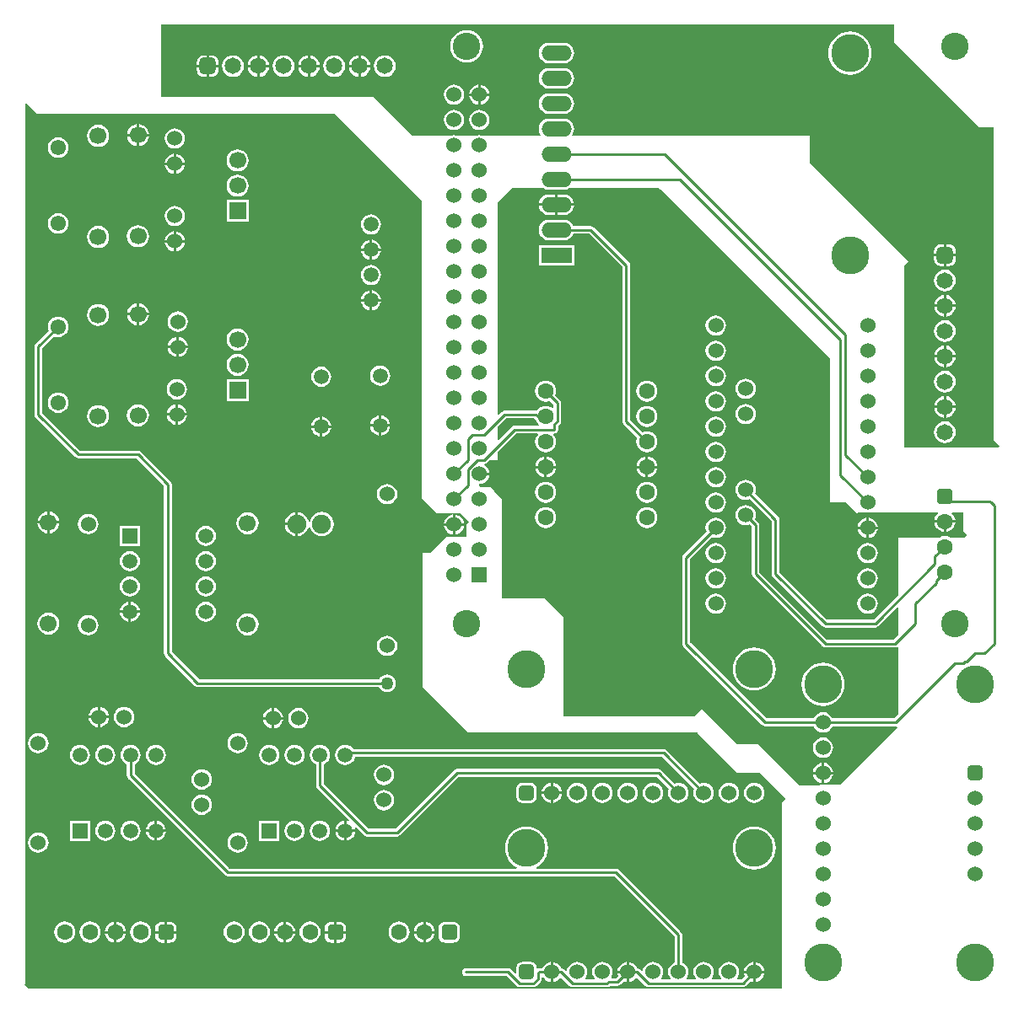
<source format=gbl>
G04 Layer_Physical_Order=2*
G04 Layer_Color=11436288*
%FSLAX44Y44*%
%MOMM*%
G71*
G01*
G75*
%ADD10C,0.2540*%
%ADD13C,1.5240*%
%ADD14C,1.5000*%
%ADD15C,1.6002*%
G04:AMPARAMS|DCode=16|XSize=1.6002mm|YSize=1.6002mm|CornerRadius=0.4001mm|HoleSize=0mm|Usage=FLASHONLY|Rotation=180.000|XOffset=0mm|YOffset=0mm|HoleType=Round|Shape=RoundedRectangle|*
%AMROUNDEDRECTD16*
21,1,1.6002,0.8001,0,0,180.0*
21,1,0.8001,1.6002,0,0,180.0*
1,1,0.8001,-0.4001,0.4001*
1,1,0.8001,0.4001,0.4001*
1,1,0.8001,0.4001,-0.4001*
1,1,0.8001,-0.4001,-0.4001*
%
%ADD16ROUNDEDRECTD16*%
%ADD17C,3.8100*%
%ADD18O,3.0480X1.5240*%
%ADD19R,3.0480X1.5240*%
%ADD20O,3.0480X1.5240*%
%ADD21C,2.7500*%
%ADD22R,1.5240X1.5240*%
%ADD23C,1.7000*%
%ADD24C,1.5500*%
%ADD25C,1.6000*%
G04:AMPARAMS|DCode=26|XSize=1.6002mm|YSize=1.6002mm|CornerRadius=0.4001mm|HoleSize=0mm|Usage=FLASHONLY|Rotation=270.000|XOffset=0mm|YOffset=0mm|HoleType=Round|Shape=RoundedRectangle|*
%AMROUNDEDRECTD26*
21,1,1.6002,0.8001,0,0,270.0*
21,1,0.8001,1.6002,0,0,270.0*
1,1,0.8001,-0.4001,-0.4001*
1,1,0.8001,-0.4001,0.4001*
1,1,0.8001,0.4001,0.4001*
1,1,0.8001,0.4001,-0.4001*
%
%ADD26ROUNDEDRECTD26*%
%ADD27C,1.6510*%
G04:AMPARAMS|DCode=28|XSize=1.651mm|YSize=1.651mm|CornerRadius=0.4128mm|HoleSize=0mm|Usage=FLASHONLY|Rotation=270.000|XOffset=0mm|YOffset=0mm|HoleType=Round|Shape=RoundedRectangle|*
%AMROUNDEDRECTD28*
21,1,1.6510,0.8255,0,0,270.0*
21,1,0.8255,1.6510,0,0,270.0*
1,1,0.8255,-0.4128,-0.4128*
1,1,0.8255,-0.4128,0.4128*
1,1,0.8255,0.4128,0.4128*
1,1,0.8255,0.4128,-0.4128*
%
%ADD28ROUNDEDRECTD28*%
G04:AMPARAMS|DCode=29|XSize=1.524mm|YSize=1.524mm|CornerRadius=0.381mm|HoleSize=0mm|Usage=FLASHONLY|Rotation=0.000|XOffset=0mm|YOffset=0mm|HoleType=Round|Shape=RoundedRectangle|*
%AMROUNDEDRECTD29*
21,1,1.5240,0.7620,0,0,0.0*
21,1,0.7620,1.5240,0,0,0.0*
1,1,0.7620,0.3810,-0.3810*
1,1,0.7620,-0.3810,-0.3810*
1,1,0.7620,-0.3810,0.3810*
1,1,0.7620,0.3810,0.3810*
%
%ADD29ROUNDEDRECTD29*%
G04:AMPARAMS|DCode=30|XSize=1.524mm|YSize=1.524mm|CornerRadius=0.381mm|HoleSize=0mm|Usage=FLASHONLY|Rotation=270.000|XOffset=0mm|YOffset=0mm|HoleType=Round|Shape=RoundedRectangle|*
%AMROUNDEDRECTD30*
21,1,1.5240,0.7620,0,0,270.0*
21,1,0.7620,1.5240,0,0,270.0*
1,1,0.7620,-0.3810,-0.3810*
1,1,0.7620,-0.3810,0.3810*
1,1,0.7620,0.3810,0.3810*
1,1,0.7620,0.3810,-0.3810*
%
%ADD30ROUNDEDRECTD30*%
G04:AMPARAMS|DCode=31|XSize=1.651mm|YSize=1.651mm|CornerRadius=0.4128mm|HoleSize=0mm|Usage=FLASHONLY|Rotation=0.000|XOffset=0mm|YOffset=0mm|HoleType=Round|Shape=RoundedRectangle|*
%AMROUNDEDRECTD31*
21,1,1.6510,0.8255,0,0,0.0*
21,1,0.8255,1.6510,0,0,0.0*
1,1,0.8255,0.4128,-0.4128*
1,1,0.8255,-0.4128,-0.4128*
1,1,0.8255,-0.4128,0.4128*
1,1,0.8255,0.4128,0.4128*
%
%ADD31ROUNDEDRECTD31*%
%ADD32R,1.7000X1.7000*%
%ADD33C,1.9050*%
%ADD34R,1.5000X1.5000*%
%ADD35R,1.5000X1.5000*%
%ADD36C,1.2700*%
G36*
X1073000Y898000D02*
X1075000Y896000D01*
Y752000D01*
X1091000D01*
X1102000Y741000D01*
X1103000Y742000D01*
X1109027D01*
X1109748Y741702D01*
X1112400Y741352D01*
X1115052Y741702D01*
X1115773Y742000D01*
X1182718D01*
X1183149Y740730D01*
X1182482Y740218D01*
X1180792Y738016D01*
X1179730Y735452D01*
X1179535Y733970D01*
X1200465D01*
X1200270Y735452D01*
X1199208Y738016D01*
X1197518Y740218D01*
X1196851Y740730D01*
X1197282Y742000D01*
X1208000D01*
Y723000D01*
X1212000Y719000D01*
X1209000Y716000D01*
X1195977D01*
X1195316Y716508D01*
X1192752Y717570D01*
X1190000Y717932D01*
X1187248Y717570D01*
X1184684Y716508D01*
X1184023Y716000D01*
X1143000D01*
Y658494D01*
X1118391Y633885D01*
X1071609D01*
X1023885Y681609D01*
Y734300D01*
X1023589Y735787D01*
X1022747Y737047D01*
X999385Y760408D01*
X999899Y761648D01*
X1000248Y764300D01*
X999899Y766952D01*
X998875Y769424D01*
X997246Y771546D01*
X995124Y773175D01*
X992652Y774199D01*
X990000Y774548D01*
X987348Y774199D01*
X984876Y773175D01*
X982754Y771546D01*
X981125Y769424D01*
X980101Y766952D01*
X979752Y764300D01*
X980101Y761648D01*
X981125Y759176D01*
X982754Y757054D01*
X984876Y755425D01*
X987348Y754401D01*
X990000Y754052D01*
X992652Y754401D01*
X993892Y754915D01*
X1016115Y732691D01*
Y680000D01*
X1016411Y678513D01*
X1017253Y677253D01*
X1067253Y627253D01*
X1068513Y626411D01*
X1070000Y626115D01*
X1120000D01*
X1121487Y626411D01*
X1122747Y627253D01*
X1141827Y646333D01*
X1143000Y645847D01*
Y618494D01*
X1138391Y613885D01*
X1071609D01*
X1003885Y681609D01*
Y728900D01*
X1003589Y730387D01*
X1002747Y731647D01*
X999385Y735008D01*
X999899Y736248D01*
X1000248Y738900D01*
X999899Y741552D01*
X998875Y744024D01*
X997246Y746146D01*
X995124Y747775D01*
X992652Y748799D01*
X990000Y749148D01*
X987348Y748799D01*
X984876Y747775D01*
X982754Y746146D01*
X981125Y744024D01*
X980101Y741552D01*
X979752Y738900D01*
X980101Y736248D01*
X981125Y733776D01*
X982754Y731654D01*
X984876Y730025D01*
X987348Y729001D01*
X990000Y728652D01*
X992652Y729001D01*
X993892Y729515D01*
X996115Y727291D01*
Y680000D01*
X996411Y678513D01*
X997253Y677253D01*
X1067253Y607253D01*
X1068513Y606411D01*
X1070000Y606115D01*
X1140000D01*
X1141487Y606411D01*
X1141730Y606574D01*
X1143000Y605895D01*
Y538494D01*
X1139191Y534685D01*
X1076988D01*
X1076475Y535924D01*
X1074846Y538046D01*
X1072724Y539675D01*
X1070252Y540699D01*
X1067600Y541048D01*
X1064948Y540699D01*
X1062476Y539675D01*
X1060354Y538046D01*
X1058725Y535924D01*
X1058212Y534685D01*
X1010809D01*
X933885Y611609D01*
Y694591D01*
X956108Y716815D01*
X957348Y716301D01*
X960000Y715952D01*
X962652Y716301D01*
X965124Y717325D01*
X967246Y718954D01*
X968875Y721076D01*
X969899Y723548D01*
X970248Y726200D01*
X969899Y728852D01*
X968875Y731324D01*
X967246Y733446D01*
X965124Y735075D01*
X962652Y736098D01*
X960000Y736448D01*
X957348Y736098D01*
X954876Y735075D01*
X952754Y733446D01*
X951125Y731324D01*
X950101Y728852D01*
X949752Y726200D01*
X950101Y723548D01*
X950615Y722309D01*
X927253Y698947D01*
X926411Y697687D01*
X926115Y696200D01*
Y610000D01*
X926411Y608513D01*
X927253Y607253D01*
X1006453Y528053D01*
X1007713Y527211D01*
X1007960Y527162D01*
X1009200Y526915D01*
X1058212D01*
X1058725Y525676D01*
X1060354Y523554D01*
X1062476Y521925D01*
X1064948Y520901D01*
X1067600Y520552D01*
X1070252Y520901D01*
X1072724Y521925D01*
X1074846Y523554D01*
X1076475Y525676D01*
X1076988Y526915D01*
X1140800D01*
X1140871Y526930D01*
X1142172Y525985D01*
X1142250Y525250D01*
X1085000Y468000D01*
X1044000Y467000D01*
X1003000Y509000D01*
X981000D01*
X946000Y544000D01*
X939000Y537000D01*
X807000D01*
Y636000D01*
X805000Y638000D01*
X788000Y655000D01*
X745000D01*
Y755000D01*
X742000Y758000D01*
X734000Y767000D01*
X724000D01*
X722079Y768921D01*
X722452Y769679D01*
X722739Y770057D01*
X725352Y770402D01*
X727824Y771425D01*
X729946Y773054D01*
X731575Y775176D01*
X732598Y777648D01*
X732781Y779030D01*
X722700D01*
Y781570D01*
X732781D01*
X732598Y782952D01*
X731575Y785424D01*
X729946Y787546D01*
X727831Y789169D01*
X727827Y789202D01*
X727965Y790491D01*
X728921Y790681D01*
X730181Y791523D01*
X732658Y794000D01*
X741000D01*
Y802342D01*
X759773Y821115D01*
X780892D01*
X781397Y819845D01*
X779993Y818016D01*
X778931Y815452D01*
X778569Y812700D01*
X778931Y809949D01*
X779993Y807384D01*
X781683Y805183D01*
X783885Y803493D01*
X786449Y802431D01*
X789200Y802069D01*
X791952Y802431D01*
X794516Y803493D01*
X796717Y805183D01*
X798407Y807384D01*
X799469Y809949D01*
X799831Y812700D01*
X799469Y815452D01*
X798407Y818016D01*
X797002Y819845D01*
X797508Y821115D01*
X798000D01*
X799487Y821411D01*
X800747Y822253D01*
X801589Y823513D01*
X801885Y825000D01*
Y828589D01*
X803757Y830461D01*
X804599Y831722D01*
X804895Y833208D01*
Y851690D01*
X804599Y853177D01*
X803757Y854437D01*
X798876Y859318D01*
X799469Y860749D01*
X799831Y863500D01*
X799469Y866252D01*
X798407Y868816D01*
X796717Y871017D01*
X794516Y872707D01*
X791952Y873769D01*
X789200Y874131D01*
X786449Y873769D01*
X783885Y872707D01*
X781683Y871017D01*
X779993Y868816D01*
X778931Y866252D01*
X778569Y863500D01*
X778931Y860749D01*
X779993Y858185D01*
X781683Y855983D01*
X783885Y854293D01*
X786449Y853231D01*
X789200Y852869D01*
X791952Y853231D01*
X793382Y853824D01*
X797125Y850081D01*
Y846905D01*
X795855Y846279D01*
X794516Y847307D01*
X791952Y848369D01*
X789200Y848731D01*
X786449Y848369D01*
X783885Y847307D01*
X781683Y845617D01*
X780286Y843797D01*
X779494Y843955D01*
X747834D01*
X746348Y843659D01*
X745088Y842817D01*
X742173Y839903D01*
X741000Y840389D01*
Y1053000D01*
X754000Y1066000D01*
X756000Y1068000D01*
X786377D01*
X787256Y1067325D01*
X789728Y1066301D01*
X792380Y1065952D01*
X807620D01*
X810272Y1066301D01*
X812744Y1067325D01*
X813623Y1068000D01*
X903000D01*
X1073000Y898000D01*
D02*
G37*
G36*
X778717Y835353D02*
X779010Y835157D01*
X779993Y832785D01*
X781683Y830583D01*
X782241Y830155D01*
X781810Y828885D01*
X758165D01*
X756678Y828589D01*
X755418Y827747D01*
X742173Y814503D01*
X741000Y814989D01*
Y827742D01*
X749444Y836185D01*
X777885D01*
X778717Y835353D01*
D02*
G37*
G36*
X279000Y1142000D02*
X578000D01*
X654000Y1066000D01*
X665000Y1055000D01*
Y762000D01*
Y756000D01*
X677000Y744000D01*
X680000Y741000D01*
X697082D01*
X697092Y740861D01*
X697508D01*
X697518Y741000D01*
X703000D01*
X712000Y732000D01*
X710000Y730000D01*
Y717000D01*
X689000D01*
X687000Y715000D01*
X673000Y701000D01*
X666000D01*
Y566000D01*
X669000Y563000D01*
X711000Y521000D01*
X942000D01*
Y519000D01*
X966000Y495000D01*
X981000Y480000D01*
X1004000D01*
X1030000Y454000D01*
X1026000Y450000D01*
Y263000D01*
X270000D01*
X266000Y267000D01*
X267000Y268000D01*
Y1152204D01*
X268270Y1152730D01*
X279000Y1142000D01*
D02*
G37*
G36*
X1139000Y1214000D02*
X1185000Y1168000D01*
X1224000Y1129000D01*
X1239000D01*
Y814000D01*
X1244827Y808173D01*
X1244341Y807000D01*
X1149000D01*
Y990000D01*
X1153000Y994000D01*
X1054000Y1093000D01*
Y1120000D01*
X816491D01*
X815929Y1121139D01*
X816495Y1121876D01*
X817518Y1124348D01*
X817868Y1127000D01*
X817518Y1129652D01*
X816495Y1132124D01*
X814866Y1134246D01*
X812744Y1135875D01*
X810272Y1136898D01*
X807620Y1137248D01*
X792380D01*
X789728Y1136898D01*
X787256Y1135875D01*
X785134Y1134246D01*
X783505Y1132124D01*
X782482Y1129652D01*
X782132Y1127000D01*
X782482Y1124348D01*
X783505Y1121876D01*
X784071Y1121139D01*
X783509Y1120000D01*
X726314D01*
X725352Y1120398D01*
X722700Y1120748D01*
X720048Y1120398D01*
X719086Y1120000D01*
X700914D01*
X699952Y1120398D01*
X697300Y1120748D01*
X694648Y1120398D01*
X693686Y1120000D01*
X655000D01*
X651000Y1124000D01*
X616000Y1159000D01*
X403000D01*
Y1232000D01*
X1139000D01*
Y1214000D01*
D02*
G37*
%LPC*%
G36*
X490000Y640335D02*
X487118Y639956D01*
X484432Y638843D01*
X482126Y637074D01*
X480357Y634768D01*
X479244Y632082D01*
X478865Y629200D01*
X479244Y626318D01*
X480357Y623632D01*
X482126Y621326D01*
X484432Y619557D01*
X487118Y618444D01*
X490000Y618065D01*
X492882Y618444D01*
X495568Y619557D01*
X497874Y621326D01*
X499643Y623632D01*
X500756Y626318D01*
X501135Y629200D01*
X500756Y632082D01*
X499643Y634768D01*
X497874Y637074D01*
X495568Y638843D01*
X492882Y639956D01*
X490000Y640335D01*
D02*
G37*
G36*
X330000Y638648D02*
X327348Y638298D01*
X324876Y637275D01*
X322754Y635646D01*
X321125Y633524D01*
X320102Y631052D01*
X319752Y628400D01*
X320102Y625748D01*
X321125Y623276D01*
X322754Y621154D01*
X324876Y619525D01*
X327348Y618502D01*
X330000Y618152D01*
X332652Y618502D01*
X335124Y619525D01*
X337246Y621154D01*
X338875Y623276D01*
X339898Y625748D01*
X340248Y628400D01*
X339898Y631052D01*
X338875Y633524D01*
X337246Y635646D01*
X335124Y637275D01*
X332652Y638298D01*
X330000Y638648D01*
D02*
G37*
G36*
X341870Y546081D02*
Y537270D01*
X350681D01*
X350499Y538652D01*
X349475Y541124D01*
X347846Y543246D01*
X345724Y544875D01*
X343252Y545899D01*
X341870Y546081D01*
D02*
G37*
G36*
X339330D02*
X337948Y545899D01*
X335476Y544875D01*
X333354Y543246D01*
X331725Y541124D01*
X330701Y538652D01*
X330519Y537270D01*
X339330D01*
Y546081D01*
D02*
G37*
G36*
X1067600Y590594D02*
X1063368Y590178D01*
X1059298Y588943D01*
X1055547Y586938D01*
X1052260Y584240D01*
X1049562Y580953D01*
X1047557Y577202D01*
X1046322Y573132D01*
X1045906Y568900D01*
X1046322Y564668D01*
X1047557Y560598D01*
X1049562Y556847D01*
X1052260Y553560D01*
X1055547Y550862D01*
X1059298Y548857D01*
X1063368Y547622D01*
X1067600Y547206D01*
X1071832Y547622D01*
X1075902Y548857D01*
X1079653Y550862D01*
X1082940Y553560D01*
X1085638Y556847D01*
X1087643Y560598D01*
X1088878Y564668D01*
X1089295Y568900D01*
X1088878Y573132D01*
X1087643Y577202D01*
X1085638Y580953D01*
X1082940Y584240D01*
X1079653Y586938D01*
X1075902Y588943D01*
X1071832Y590178D01*
X1067600Y590594D01*
D02*
G37*
G36*
X630000Y617848D02*
X627348Y617499D01*
X624876Y616475D01*
X622754Y614846D01*
X621125Y612724D01*
X620102Y610252D01*
X619752Y607600D01*
X620102Y604948D01*
X621125Y602476D01*
X622754Y600354D01*
X624876Y598725D01*
X627348Y597701D01*
X630000Y597352D01*
X632652Y597701D01*
X635124Y598725D01*
X637246Y600354D01*
X638875Y602476D01*
X639898Y604948D01*
X640248Y607600D01*
X639898Y610252D01*
X638875Y612724D01*
X637246Y614846D01*
X635124Y616475D01*
X632652Y617499D01*
X630000Y617848D01*
D02*
G37*
G36*
X998600Y606155D02*
X994368Y605738D01*
X990298Y604503D01*
X986547Y602498D01*
X983260Y599800D01*
X980562Y596513D01*
X978557Y592762D01*
X977322Y588692D01*
X976906Y584460D01*
X977322Y580228D01*
X978557Y576158D01*
X980562Y572407D01*
X983260Y569120D01*
X986547Y566422D01*
X990298Y564417D01*
X994368Y563182D01*
X998600Y562766D01*
X1002832Y563182D01*
X1006902Y564417D01*
X1010653Y566422D01*
X1013940Y569120D01*
X1016638Y572407D01*
X1018643Y576158D01*
X1019878Y580228D01*
X1020294Y584460D01*
X1019878Y588692D01*
X1018643Y592762D01*
X1016638Y596513D01*
X1013940Y599800D01*
X1010653Y602498D01*
X1006902Y604503D01*
X1002832Y605738D01*
X998600Y606155D01*
D02*
G37*
G36*
X370630Y651859D02*
X369279Y651682D01*
X366837Y650670D01*
X364739Y649061D01*
X363130Y646963D01*
X362118Y644521D01*
X361941Y643170D01*
X370630D01*
Y651859D01*
D02*
G37*
G36*
X1112400Y660248D02*
X1109748Y659899D01*
X1107276Y658875D01*
X1105154Y657246D01*
X1103525Y655124D01*
X1102502Y652652D01*
X1102152Y650000D01*
X1102502Y647348D01*
X1103525Y644876D01*
X1105154Y642754D01*
X1107276Y641125D01*
X1109748Y640101D01*
X1112400Y639752D01*
X1115052Y640101D01*
X1117524Y641125D01*
X1119646Y642754D01*
X1121275Y644876D01*
X1122299Y647348D01*
X1122648Y650000D01*
X1122299Y652652D01*
X1121275Y655124D01*
X1119646Y657246D01*
X1117524Y658875D01*
X1115052Y659899D01*
X1112400Y660248D01*
D02*
G37*
G36*
X371900Y677427D02*
X369279Y677082D01*
X366837Y676070D01*
X364739Y674461D01*
X363130Y672363D01*
X362118Y669921D01*
X361773Y667300D01*
X362118Y664679D01*
X363130Y662237D01*
X364739Y660139D01*
X366837Y658530D01*
X369279Y657518D01*
X371900Y657173D01*
X374521Y657518D01*
X376963Y658530D01*
X379061Y660139D01*
X380670Y662237D01*
X381682Y664679D01*
X382027Y667300D01*
X381682Y669921D01*
X380670Y672363D01*
X379061Y674461D01*
X376963Y676070D01*
X374521Y677082D01*
X371900Y677427D01*
D02*
G37*
G36*
X373170Y651859D02*
Y643170D01*
X381859D01*
X381682Y644521D01*
X380670Y646963D01*
X379061Y649061D01*
X376963Y650670D01*
X374521Y651682D01*
X373170Y651859D01*
D02*
G37*
G36*
X960000Y660248D02*
X957348Y659899D01*
X954876Y658875D01*
X952754Y657246D01*
X951125Y655124D01*
X950101Y652652D01*
X949752Y650000D01*
X950101Y647348D01*
X951125Y644876D01*
X952754Y642754D01*
X954876Y641125D01*
X957348Y640101D01*
X960000Y639752D01*
X962652Y640101D01*
X965124Y641125D01*
X967246Y642754D01*
X968875Y644876D01*
X969899Y647348D01*
X970248Y650000D01*
X969899Y652652D01*
X968875Y655124D01*
X967246Y657246D01*
X965124Y658875D01*
X962652Y659899D01*
X960000Y660248D01*
D02*
G37*
G36*
X448100Y652027D02*
X445479Y651682D01*
X443037Y650670D01*
X440939Y649061D01*
X439330Y646963D01*
X438318Y644521D01*
X437973Y641900D01*
X438318Y639279D01*
X439330Y636837D01*
X440939Y634739D01*
X443037Y633130D01*
X445479Y632118D01*
X448100Y631773D01*
X450721Y632118D01*
X453163Y633130D01*
X455261Y634739D01*
X456870Y636837D01*
X457882Y639279D01*
X458227Y641900D01*
X457882Y644521D01*
X456870Y646963D01*
X455261Y649061D01*
X453163Y650670D01*
X450721Y651682D01*
X448100Y652027D01*
D02*
G37*
G36*
X290000Y641135D02*
X287118Y640756D01*
X284432Y639643D01*
X282126Y637874D01*
X280357Y635568D01*
X279244Y632882D01*
X278865Y630000D01*
X279244Y627118D01*
X280357Y624432D01*
X282126Y622126D01*
X284432Y620357D01*
X287118Y619244D01*
X290000Y618865D01*
X292882Y619244D01*
X295568Y620357D01*
X297874Y622126D01*
X299643Y624432D01*
X300756Y627118D01*
X301135Y630000D01*
X300756Y632882D01*
X299643Y635568D01*
X297874Y637874D01*
X295568Y639643D01*
X292882Y640756D01*
X290000Y641135D01*
D02*
G37*
G36*
X381859Y640630D02*
X373170D01*
Y631941D01*
X374521Y632118D01*
X376963Y633130D01*
X379061Y634739D01*
X380670Y636837D01*
X381682Y639279D01*
X381859Y640630D01*
D02*
G37*
G36*
X370630D02*
X361941D01*
X362118Y639279D01*
X363130Y636837D01*
X364739Y634739D01*
X366837Y633130D01*
X369279Y632118D01*
X370630Y631941D01*
Y640630D01*
D02*
G37*
G36*
X537300Y508227D02*
X534679Y507882D01*
X532237Y506870D01*
X530139Y505261D01*
X528530Y503163D01*
X527518Y500721D01*
X527173Y498100D01*
X527518Y495479D01*
X528530Y493037D01*
X530139Y490939D01*
X532237Y489330D01*
X534679Y488318D01*
X537300Y487973D01*
X539921Y488318D01*
X542363Y489330D01*
X544461Y490939D01*
X546070Y493037D01*
X547082Y495479D01*
X547427Y498100D01*
X547082Y500721D01*
X546070Y503163D01*
X544461Y505261D01*
X542363Y506870D01*
X539921Y507882D01*
X537300Y508227D01*
D02*
G37*
G36*
X511900D02*
X509279Y507882D01*
X506837Y506870D01*
X504739Y505261D01*
X503130Y503163D01*
X502118Y500721D01*
X501773Y498100D01*
X502118Y495479D01*
X503130Y493037D01*
X504739Y490939D01*
X506837Y489330D01*
X509279Y488318D01*
X511900Y487973D01*
X514521Y488318D01*
X516963Y489330D01*
X519061Y490939D01*
X520670Y493037D01*
X521682Y495479D01*
X522027Y498100D01*
X521682Y500721D01*
X520670Y503163D01*
X519061Y505261D01*
X516963Y506870D01*
X514521Y507882D01*
X511900Y508227D01*
D02*
G37*
G36*
X280000Y520248D02*
X277348Y519898D01*
X274876Y518875D01*
X272754Y517246D01*
X271125Y515124D01*
X270102Y512652D01*
X269752Y510000D01*
X270102Y507348D01*
X271125Y504876D01*
X272754Y502754D01*
X274876Y501125D01*
X277348Y500102D01*
X280000Y499752D01*
X282652Y500102D01*
X285124Y501125D01*
X287246Y502754D01*
X288875Y504876D01*
X289898Y507348D01*
X290248Y510000D01*
X289898Y512652D01*
X288875Y515124D01*
X287246Y517246D01*
X285124Y518875D01*
X282652Y519898D01*
X280000Y520248D01*
D02*
G37*
G36*
X1067600Y515648D02*
X1064948Y515299D01*
X1062476Y514275D01*
X1060354Y512646D01*
X1058725Y510524D01*
X1057701Y508052D01*
X1057352Y505400D01*
X1057701Y502748D01*
X1058725Y500276D01*
X1060354Y498154D01*
X1062476Y496525D01*
X1064948Y495502D01*
X1067600Y495152D01*
X1070252Y495502D01*
X1072724Y496525D01*
X1074846Y498154D01*
X1076475Y500276D01*
X1077498Y502748D01*
X1077848Y505400D01*
X1077498Y508052D01*
X1076475Y510524D01*
X1074846Y512646D01*
X1072724Y514275D01*
X1070252Y515299D01*
X1067600Y515648D01*
D02*
G37*
G36*
X321900Y508227D02*
X319279Y507882D01*
X316837Y506870D01*
X314739Y505261D01*
X313130Y503163D01*
X312118Y500721D01*
X311773Y498100D01*
X312118Y495479D01*
X313130Y493037D01*
X314739Y490939D01*
X316837Y489330D01*
X319279Y488318D01*
X321900Y487973D01*
X324521Y488318D01*
X326963Y489330D01*
X329061Y490939D01*
X330670Y493037D01*
X331682Y495479D01*
X332027Y498100D01*
X331682Y500721D01*
X330670Y503163D01*
X329061Y505261D01*
X326963Y506870D01*
X324521Y507882D01*
X321900Y508227D01*
D02*
G37*
G36*
X1068870Y490080D02*
Y481270D01*
X1077681D01*
X1077498Y482652D01*
X1076475Y485124D01*
X1074846Y487246D01*
X1072724Y488875D01*
X1070252Y489898D01*
X1068870Y490080D01*
D02*
G37*
G36*
X398100Y508227D02*
X395479Y507882D01*
X393037Y506870D01*
X390939Y505261D01*
X389330Y503163D01*
X388318Y500721D01*
X387973Y498100D01*
X388318Y495479D01*
X389330Y493037D01*
X390939Y490939D01*
X393037Y489330D01*
X395479Y488318D01*
X398100Y487973D01*
X400721Y488318D01*
X403163Y489330D01*
X405261Y490939D01*
X406870Y493037D01*
X407882Y495479D01*
X408227Y498100D01*
X407882Y500721D01*
X406870Y503163D01*
X405261Y505261D01*
X403163Y506870D01*
X400721Y507882D01*
X398100Y508227D01*
D02*
G37*
G36*
X347300D02*
X344679Y507882D01*
X342237Y506870D01*
X340139Y505261D01*
X338530Y503163D01*
X337518Y500721D01*
X337173Y498100D01*
X337518Y495479D01*
X338530Y493037D01*
X340139Y490939D01*
X342237Y489330D01*
X344679Y488318D01*
X347300Y487973D01*
X349921Y488318D01*
X352363Y489330D01*
X354461Y490939D01*
X356070Y493037D01*
X357082Y495479D01*
X357427Y498100D01*
X357082Y500721D01*
X356070Y503163D01*
X354461Y505261D01*
X352363Y506870D01*
X349921Y507882D01*
X347300Y508227D01*
D02*
G37*
G36*
X480000Y520248D02*
X477348Y519898D01*
X474876Y518875D01*
X472754Y517246D01*
X471125Y515124D01*
X470102Y512652D01*
X469752Y510000D01*
X470102Y507348D01*
X471125Y504876D01*
X472754Y502754D01*
X474876Y501125D01*
X477348Y500102D01*
X480000Y499752D01*
X482652Y500102D01*
X485124Y501125D01*
X487246Y502754D01*
X488875Y504876D01*
X489898Y507348D01*
X490248Y510000D01*
X489898Y512652D01*
X488875Y515124D01*
X487246Y517246D01*
X485124Y518875D01*
X482652Y519898D01*
X480000Y520248D01*
D02*
G37*
G36*
X350681Y534730D02*
X341870D01*
Y525919D01*
X343252Y526101D01*
X345724Y527125D01*
X347846Y528754D01*
X349475Y530876D01*
X350499Y533348D01*
X350681Y534730D01*
D02*
G37*
G36*
X339330D02*
X330519D01*
X330701Y533348D01*
X331725Y530876D01*
X333354Y528754D01*
X335476Y527125D01*
X337948Y526101D01*
X339330Y525919D01*
Y534730D01*
D02*
G37*
G36*
X516870Y545080D02*
Y536270D01*
X525681D01*
X525499Y537652D01*
X524475Y540124D01*
X522846Y542246D01*
X520724Y543875D01*
X518252Y544898D01*
X516870Y545080D01*
D02*
G37*
G36*
X514330D02*
X512948Y544898D01*
X510476Y543875D01*
X508354Y542246D01*
X506725Y540124D01*
X505701Y537652D01*
X505519Y536270D01*
X514330D01*
Y545080D01*
D02*
G37*
G36*
Y533730D02*
X505519D01*
X505701Y532348D01*
X506725Y529876D01*
X508354Y527754D01*
X510476Y526125D01*
X512948Y525102D01*
X514330Y524920D01*
Y533730D01*
D02*
G37*
G36*
X541000Y545248D02*
X538348Y544898D01*
X535876Y543875D01*
X533754Y542246D01*
X532125Y540124D01*
X531101Y537652D01*
X530752Y535000D01*
X531101Y532348D01*
X532125Y529876D01*
X533754Y527754D01*
X535876Y526125D01*
X538348Y525102D01*
X541000Y524752D01*
X543652Y525102D01*
X546124Y526125D01*
X548246Y527754D01*
X549875Y529876D01*
X550899Y532348D01*
X551248Y535000D01*
X550899Y537652D01*
X549875Y540124D01*
X548246Y542246D01*
X546124Y543875D01*
X543652Y544898D01*
X541000Y545248D01*
D02*
G37*
G36*
X366000Y546248D02*
X363348Y545899D01*
X360876Y544875D01*
X358754Y543246D01*
X357125Y541124D01*
X356101Y538652D01*
X355752Y536000D01*
X356101Y533348D01*
X357125Y530876D01*
X358754Y528754D01*
X360876Y527125D01*
X363348Y526101D01*
X366000Y525752D01*
X368652Y526101D01*
X371124Y527125D01*
X373246Y528754D01*
X374875Y530876D01*
X375899Y533348D01*
X376248Y536000D01*
X375899Y538652D01*
X374875Y541124D01*
X373246Y543246D01*
X371124Y544875D01*
X368652Y545899D01*
X366000Y546248D01*
D02*
G37*
G36*
X525681Y533730D02*
X516870D01*
Y524920D01*
X518252Y525102D01*
X520724Y526125D01*
X522846Y527754D01*
X524475Y529876D01*
X525499Y532348D01*
X525681Y533730D01*
D02*
G37*
G36*
X448100Y677427D02*
X445479Y677082D01*
X443037Y676070D01*
X440939Y674461D01*
X439330Y672363D01*
X438318Y669921D01*
X437973Y667300D01*
X438318Y664679D01*
X439330Y662237D01*
X440939Y660139D01*
X443037Y658530D01*
X445479Y657518D01*
X448100Y657173D01*
X450721Y657518D01*
X453163Y658530D01*
X455261Y660139D01*
X456870Y662237D01*
X457882Y664679D01*
X458227Y667300D01*
X457882Y669921D01*
X456870Y672363D01*
X455261Y674461D01*
X453163Y676070D01*
X450721Y677082D01*
X448100Y677427D01*
D02*
G37*
G36*
X1113670Y736281D02*
Y727470D01*
X1122480D01*
X1122299Y728852D01*
X1121275Y731324D01*
X1119646Y733446D01*
X1117524Y735075D01*
X1115052Y736098D01*
X1113670Y736281D01*
D02*
G37*
G36*
X1111130D02*
X1109748Y736098D01*
X1107276Y735075D01*
X1105154Y733446D01*
X1103525Y731324D01*
X1102502Y728852D01*
X1102319Y727470D01*
X1111130D01*
Y736281D01*
D02*
G37*
G36*
X698570Y739581D02*
Y730770D01*
X707381D01*
X707198Y732152D01*
X706175Y734624D01*
X704546Y736746D01*
X702424Y738375D01*
X699952Y739398D01*
X698570Y739581D01*
D02*
G37*
G36*
X696030D02*
X694648Y739398D01*
X692176Y738375D01*
X690054Y736746D01*
X688425Y734624D01*
X687402Y732152D01*
X687219Y730770D01*
X696030D01*
Y739581D01*
D02*
G37*
G36*
X1200465Y731430D02*
X1191270D01*
Y722235D01*
X1192752Y722430D01*
X1195316Y723493D01*
X1197518Y725182D01*
X1199208Y727384D01*
X1200270Y729948D01*
X1200465Y731430D01*
D02*
G37*
G36*
X1188730D02*
X1179535D01*
X1179730Y729948D01*
X1180792Y727384D01*
X1182482Y725182D01*
X1184684Y723493D01*
X1187248Y722430D01*
X1188730Y722235D01*
Y731430D01*
D02*
G37*
G36*
X890800Y747131D02*
X888048Y746769D01*
X885484Y745707D01*
X883283Y744017D01*
X881593Y741815D01*
X880531Y739251D01*
X880169Y736500D01*
X880531Y733748D01*
X881593Y731184D01*
X883283Y728983D01*
X885484Y727293D01*
X888048Y726231D01*
X890800Y725869D01*
X893551Y726231D01*
X896115Y727293D01*
X898317Y728983D01*
X900007Y731184D01*
X901069Y733748D01*
X901431Y736500D01*
X901069Y739251D01*
X900007Y741815D01*
X898317Y744017D01*
X896115Y745707D01*
X893551Y746769D01*
X890800Y747131D01*
D02*
G37*
G36*
X789200D02*
X786449Y746769D01*
X783885Y745707D01*
X781683Y744017D01*
X779993Y741815D01*
X778931Y739251D01*
X778569Y736500D01*
X778931Y733748D01*
X779993Y731184D01*
X781683Y728983D01*
X783885Y727293D01*
X786449Y726231D01*
X789200Y725869D01*
X791952Y726231D01*
X794516Y727293D01*
X796717Y728983D01*
X798407Y731184D01*
X799469Y733748D01*
X799831Y736500D01*
X799469Y739251D01*
X798407Y741815D01*
X796717Y744017D01*
X794516Y745707D01*
X791952Y746769D01*
X789200Y747131D01*
D02*
G37*
G36*
X538231Y742003D02*
X536351Y741755D01*
X533416Y740540D01*
X530896Y738606D01*
X528962Y736085D01*
X527746Y733150D01*
X527499Y731271D01*
X538231D01*
Y742003D01*
D02*
G37*
G36*
X789200Y772531D02*
X786449Y772169D01*
X783885Y771107D01*
X781683Y769417D01*
X779993Y767215D01*
X778931Y764651D01*
X778569Y761900D01*
X778931Y759148D01*
X779993Y756584D01*
X781683Y754383D01*
X783885Y752693D01*
X786449Y751631D01*
X789200Y751269D01*
X791952Y751631D01*
X794516Y752693D01*
X796717Y754383D01*
X798407Y756584D01*
X799469Y759148D01*
X799831Y761900D01*
X799469Y764651D01*
X798407Y767215D01*
X796717Y769417D01*
X794516Y771107D01*
X791952Y772169D01*
X789200Y772531D01*
D02*
G37*
G36*
X630000Y770248D02*
X627348Y769899D01*
X624876Y768875D01*
X622754Y767246D01*
X621125Y765124D01*
X620102Y762652D01*
X619752Y760000D01*
X620102Y757348D01*
X621125Y754876D01*
X622754Y752754D01*
X624876Y751125D01*
X627348Y750101D01*
X630000Y749752D01*
X632652Y750101D01*
X635124Y751125D01*
X637246Y752754D01*
X638875Y754876D01*
X639898Y757348D01*
X640248Y760000D01*
X639898Y762652D01*
X638875Y765124D01*
X637246Y767246D01*
X635124Y768875D01*
X632652Y769899D01*
X630000Y770248D01*
D02*
G37*
G36*
X960000Y787248D02*
X957348Y786898D01*
X954876Y785875D01*
X952754Y784246D01*
X951125Y782124D01*
X950101Y779652D01*
X949752Y777000D01*
X950101Y774348D01*
X951125Y771876D01*
X952754Y769754D01*
X954876Y768125D01*
X957348Y767102D01*
X960000Y766752D01*
X962652Y767102D01*
X965124Y768125D01*
X967246Y769754D01*
X968875Y771876D01*
X969899Y774348D01*
X970248Y777000D01*
X969899Y779652D01*
X968875Y782124D01*
X967246Y784246D01*
X965124Y785875D01*
X962652Y786898D01*
X960000Y787248D01*
D02*
G37*
G36*
X890800Y772531D02*
X888048Y772169D01*
X885484Y771107D01*
X883283Y769417D01*
X881593Y767215D01*
X880531Y764651D01*
X880169Y761900D01*
X880531Y759148D01*
X881593Y756584D01*
X883283Y754383D01*
X885484Y752693D01*
X888048Y751631D01*
X890800Y751269D01*
X893551Y751631D01*
X896115Y752693D01*
X898317Y754383D01*
X900007Y756584D01*
X901069Y759148D01*
X901431Y761900D01*
X901069Y764651D01*
X900007Y767215D01*
X898317Y769417D01*
X896115Y771107D01*
X893551Y772169D01*
X890800Y772531D01*
D02*
G37*
G36*
X288730Y742568D02*
X287118Y742356D01*
X284432Y741243D01*
X282126Y739474D01*
X280357Y737168D01*
X279244Y734482D01*
X279032Y732870D01*
X288730D01*
Y742568D01*
D02*
G37*
G36*
X564501Y742170D02*
X561351Y741755D01*
X558416Y740540D01*
X555896Y738606D01*
X553962Y736085D01*
X552746Y733150D01*
X552641Y732352D01*
X551360D01*
X551255Y733150D01*
X550039Y736085D01*
X548106Y738606D01*
X545585Y740540D01*
X542650Y741755D01*
X540771Y742003D01*
Y730001D01*
Y717999D01*
X542650Y718246D01*
X545585Y719462D01*
X548106Y721396D01*
X550039Y723916D01*
X551255Y726851D01*
X551360Y727650D01*
X552641D01*
X552746Y726851D01*
X553962Y723916D01*
X555896Y721396D01*
X558416Y719462D01*
X561351Y718246D01*
X564501Y717832D01*
X567650Y718246D01*
X570585Y719462D01*
X573106Y721396D01*
X575040Y723916D01*
X576255Y726851D01*
X576670Y730001D01*
X576255Y733150D01*
X575040Y736085D01*
X573106Y738606D01*
X570585Y740540D01*
X567650Y741755D01*
X564501Y742170D01*
D02*
G37*
G36*
X960000Y761848D02*
X957348Y761498D01*
X954876Y760475D01*
X952754Y758846D01*
X951125Y756724D01*
X950101Y754252D01*
X949752Y751600D01*
X950101Y748948D01*
X951125Y746476D01*
X952754Y744354D01*
X954876Y742725D01*
X957348Y741702D01*
X960000Y741352D01*
X962652Y741702D01*
X965124Y742725D01*
X967246Y744354D01*
X968875Y746476D01*
X969899Y748948D01*
X970248Y751600D01*
X969899Y754252D01*
X968875Y756724D01*
X967246Y758846D01*
X965124Y760475D01*
X962652Y761498D01*
X960000Y761848D01*
D02*
G37*
G36*
X291270Y742568D02*
Y732870D01*
X300968D01*
X300756Y734482D01*
X299643Y737168D01*
X297874Y739474D01*
X295568Y741243D01*
X292882Y742356D01*
X291270Y742568D01*
D02*
G37*
G36*
X1112400Y711048D02*
X1109748Y710698D01*
X1107276Y709675D01*
X1105154Y708046D01*
X1103525Y705924D01*
X1102502Y703452D01*
X1102152Y700800D01*
X1102502Y698148D01*
X1103525Y695676D01*
X1105154Y693554D01*
X1107276Y691925D01*
X1109748Y690901D01*
X1112400Y690552D01*
X1115052Y690901D01*
X1117524Y691925D01*
X1119646Y693554D01*
X1121275Y695676D01*
X1122299Y698148D01*
X1122648Y700800D01*
X1122299Y703452D01*
X1121275Y705924D01*
X1119646Y708046D01*
X1117524Y709675D01*
X1115052Y710698D01*
X1112400Y711048D01*
D02*
G37*
G36*
X960000D02*
X957348Y710698D01*
X954876Y709675D01*
X952754Y708046D01*
X951125Y705924D01*
X950101Y703452D01*
X949752Y700800D01*
X950101Y698148D01*
X951125Y695676D01*
X952754Y693554D01*
X954876Y691925D01*
X957348Y690901D01*
X960000Y690552D01*
X962652Y690901D01*
X965124Y691925D01*
X967246Y693554D01*
X968875Y695676D01*
X969899Y698148D01*
X970248Y700800D01*
X969899Y703452D01*
X968875Y705924D01*
X967246Y708046D01*
X965124Y709675D01*
X962652Y710698D01*
X960000Y711048D01*
D02*
G37*
G36*
X381940Y728140D02*
X361860D01*
Y708060D01*
X381940D01*
Y728140D01*
D02*
G37*
G36*
X448100Y728227D02*
X445479Y727882D01*
X443037Y726870D01*
X440939Y725261D01*
X439330Y723163D01*
X438318Y720721D01*
X437973Y718100D01*
X438318Y715479D01*
X439330Y713037D01*
X440939Y710939D01*
X443037Y709330D01*
X445479Y708318D01*
X448100Y707973D01*
X450721Y708318D01*
X453163Y709330D01*
X455261Y710939D01*
X456870Y713037D01*
X457882Y715479D01*
X458227Y718100D01*
X457882Y720721D01*
X456870Y723163D01*
X455261Y725261D01*
X453163Y726870D01*
X450721Y727882D01*
X448100Y728227D01*
D02*
G37*
G36*
X1112400Y685648D02*
X1109748Y685298D01*
X1107276Y684275D01*
X1105154Y682646D01*
X1103525Y680524D01*
X1102502Y678052D01*
X1102152Y675400D01*
X1102502Y672748D01*
X1103525Y670276D01*
X1105154Y668154D01*
X1107276Y666525D01*
X1109748Y665501D01*
X1112400Y665152D01*
X1115052Y665501D01*
X1117524Y666525D01*
X1119646Y668154D01*
X1121275Y670276D01*
X1122299Y672748D01*
X1122648Y675400D01*
X1122299Y678052D01*
X1121275Y680524D01*
X1119646Y682646D01*
X1117524Y684275D01*
X1115052Y685298D01*
X1112400Y685648D01*
D02*
G37*
G36*
X960000D02*
X957348Y685298D01*
X954876Y684275D01*
X952754Y682646D01*
X951125Y680524D01*
X950101Y678052D01*
X949752Y675400D01*
X950101Y672748D01*
X951125Y670276D01*
X952754Y668154D01*
X954876Y666525D01*
X957348Y665501D01*
X960000Y665152D01*
X962652Y665501D01*
X965124Y666525D01*
X967246Y668154D01*
X968875Y670276D01*
X969899Y672748D01*
X970248Y675400D01*
X969899Y678052D01*
X968875Y680524D01*
X967246Y682646D01*
X965124Y684275D01*
X962652Y685298D01*
X960000Y685648D01*
D02*
G37*
G36*
X448100Y702827D02*
X445479Y702482D01*
X443037Y701470D01*
X440939Y699861D01*
X439330Y697763D01*
X438318Y695321D01*
X437973Y692700D01*
X438318Y690079D01*
X439330Y687637D01*
X440939Y685539D01*
X443037Y683930D01*
X445479Y682918D01*
X448100Y682573D01*
X450721Y682918D01*
X453163Y683930D01*
X455261Y685539D01*
X456870Y687637D01*
X457882Y690079D01*
X458227Y692700D01*
X457882Y695321D01*
X456870Y697763D01*
X455261Y699861D01*
X453163Y701470D01*
X450721Y702482D01*
X448100Y702827D01*
D02*
G37*
G36*
X371900D02*
X369279Y702482D01*
X366837Y701470D01*
X364739Y699861D01*
X363130Y697763D01*
X362118Y695321D01*
X361773Y692700D01*
X362118Y690079D01*
X363130Y687637D01*
X364739Y685539D01*
X366837Y683930D01*
X369279Y682918D01*
X371900Y682573D01*
X374521Y682918D01*
X376963Y683930D01*
X379061Y685539D01*
X380670Y687637D01*
X381682Y690079D01*
X382027Y692700D01*
X381682Y695321D01*
X380670Y697763D01*
X379061Y699861D01*
X376963Y701470D01*
X374521Y702482D01*
X371900Y702827D01*
D02*
G37*
G36*
X1111130Y724930D02*
X1102319D01*
X1102502Y723548D01*
X1103525Y721076D01*
X1105154Y718954D01*
X1107276Y717325D01*
X1109748Y716301D01*
X1111130Y716120D01*
Y724930D01*
D02*
G37*
G36*
X330000Y740248D02*
X327348Y739899D01*
X324876Y738875D01*
X322754Y737246D01*
X321125Y735124D01*
X320102Y732652D01*
X319752Y730000D01*
X320102Y727348D01*
X321125Y724876D01*
X322754Y722754D01*
X324876Y721125D01*
X327348Y720101D01*
X330000Y719752D01*
X332652Y720101D01*
X335124Y721125D01*
X337246Y722754D01*
X338875Y724876D01*
X339898Y727348D01*
X340248Y730000D01*
X339898Y732652D01*
X338875Y735124D01*
X337246Y737246D01*
X335124Y738875D01*
X332652Y739899D01*
X330000Y740248D01*
D02*
G37*
G36*
X490000Y741935D02*
X487118Y741556D01*
X484432Y740443D01*
X482126Y738674D01*
X480357Y736368D01*
X479244Y733682D01*
X478865Y730800D01*
X479244Y727918D01*
X480357Y725232D01*
X482126Y722926D01*
X484432Y721157D01*
X487118Y720044D01*
X490000Y719665D01*
X492882Y720044D01*
X495568Y721157D01*
X497874Y722926D01*
X499643Y725232D01*
X500756Y727918D01*
X501135Y730800D01*
X500756Y733682D01*
X499643Y736368D01*
X497874Y738674D01*
X495568Y740443D01*
X492882Y741556D01*
X490000Y741935D01*
D02*
G37*
G36*
X300968Y730330D02*
X291270D01*
Y720632D01*
X292882Y720844D01*
X295568Y721957D01*
X297874Y723726D01*
X299643Y726032D01*
X300756Y728718D01*
X300968Y730330D01*
D02*
G37*
G36*
X288730D02*
X279032D01*
X279244Y728718D01*
X280357Y726032D01*
X282126Y723726D01*
X284432Y721957D01*
X287118Y720844D01*
X288730Y720632D01*
Y730330D01*
D02*
G37*
G36*
X538231Y728731D02*
X527499D01*
X527746Y726851D01*
X528962Y723916D01*
X530896Y721396D01*
X533416Y719462D01*
X536351Y718246D01*
X538231Y717999D01*
Y728731D01*
D02*
G37*
G36*
X1122480Y724930D02*
X1113670D01*
Y716120D01*
X1115052Y716301D01*
X1117524Y717325D01*
X1119646Y718954D01*
X1121275Y721076D01*
X1122299Y723548D01*
X1122480Y724930D01*
D02*
G37*
G36*
X707381Y728230D02*
X698570D01*
Y719419D01*
X699952Y719602D01*
X702424Y720625D01*
X704546Y722254D01*
X706175Y724376D01*
X707198Y726848D01*
X707381Y728230D01*
D02*
G37*
G36*
X696030D02*
X687219D01*
X687402Y726848D01*
X688425Y724376D01*
X690054Y722254D01*
X692176Y720625D01*
X694648Y719602D01*
X696030Y719419D01*
Y728230D01*
D02*
G37*
G36*
X1066330Y490080D02*
X1064948Y489898D01*
X1062476Y488875D01*
X1060354Y487246D01*
X1058725Y485124D01*
X1057701Y482652D01*
X1057520Y481270D01*
X1066330D01*
Y490080D01*
D02*
G37*
G36*
X666230Y318730D02*
X657035D01*
X657230Y317248D01*
X658292Y314684D01*
X659982Y312482D01*
X662184Y310792D01*
X664748Y309730D01*
X666230Y309535D01*
Y318730D01*
D02*
G37*
G36*
X537765D02*
X528570D01*
Y309535D01*
X530052Y309730D01*
X532616Y310792D01*
X534818Y312482D01*
X536508Y314684D01*
X537570Y317248D01*
X537765Y318730D01*
D02*
G37*
G36*
X356030Y330465D02*
X354548Y330270D01*
X351984Y329207D01*
X349782Y327518D01*
X348092Y325316D01*
X347030Y322752D01*
X346835Y321270D01*
X356030D01*
Y330465D01*
D02*
G37*
G36*
X677965Y318730D02*
X668770D01*
Y309535D01*
X670252Y309730D01*
X672816Y310792D01*
X675018Y312482D01*
X676708Y314684D01*
X677770Y317248D01*
X677965Y318730D01*
D02*
G37*
G36*
X356030D02*
X346835D01*
X347030Y317248D01*
X348092Y314684D01*
X349782Y312482D01*
X351984Y310792D01*
X354548Y309730D01*
X356030Y309535D01*
Y318730D01*
D02*
G37*
G36*
X696500Y330597D02*
X688500D01*
X686792Y330373D01*
X685201Y329714D01*
X683835Y328665D01*
X682786Y327299D01*
X682127Y325708D01*
X681903Y324001D01*
Y316000D01*
X682127Y314292D01*
X682786Y312701D01*
X683835Y311335D01*
X685201Y310286D01*
X686792Y309627D01*
X688500Y309403D01*
X696500D01*
X698208Y309627D01*
X699799Y310286D01*
X701165Y311335D01*
X702214Y312701D01*
X702873Y314292D01*
X703098Y316000D01*
Y324001D01*
X702873Y325708D01*
X702214Y327299D01*
X701165Y328665D01*
X699799Y329714D01*
X698208Y330373D01*
X696500Y330597D01*
D02*
G37*
G36*
X526030Y318730D02*
X516835D01*
X517030Y317248D01*
X518092Y314684D01*
X519782Y312482D01*
X521984Y310792D01*
X524548Y309730D01*
X526030Y309535D01*
Y318730D01*
D02*
G37*
G36*
X367765D02*
X358570D01*
Y309535D01*
X360052Y309730D01*
X362616Y310792D01*
X364818Y312482D01*
X366507Y314684D01*
X367570Y317248D01*
X367765Y318730D01*
D02*
G37*
G36*
X358570Y330465D02*
Y321270D01*
X367765D01*
X367570Y322752D01*
X366507Y325316D01*
X364818Y327518D01*
X362616Y329207D01*
X360052Y330270D01*
X358570Y330465D01*
D02*
G37*
G36*
X582100Y330597D02*
X579370D01*
Y321270D01*
X588698D01*
Y324001D01*
X588473Y325708D01*
X587814Y327299D01*
X586765Y328665D01*
X585399Y329714D01*
X583808Y330373D01*
X582100Y330597D01*
D02*
G37*
G36*
X576830D02*
X574100D01*
X572392Y330373D01*
X570801Y329714D01*
X569435Y328665D01*
X568386Y327299D01*
X567727Y325708D01*
X567503Y324001D01*
Y321270D01*
X576830D01*
Y330597D01*
D02*
G37*
G36*
X668770Y330465D02*
Y321270D01*
X677965D01*
X677770Y322752D01*
X676708Y325316D01*
X675018Y327518D01*
X672816Y329207D01*
X670252Y330270D01*
X668770Y330465D01*
D02*
G37*
G36*
X666230D02*
X664748Y330270D01*
X662184Y329207D01*
X659982Y327518D01*
X658292Y325316D01*
X657230Y322752D01*
X657035Y321270D01*
X666230D01*
Y330465D01*
D02*
G37*
G36*
X412100Y330597D02*
X409370D01*
Y321270D01*
X418697D01*
Y324001D01*
X418473Y325708D01*
X417814Y327299D01*
X416765Y328665D01*
X415399Y329714D01*
X413808Y330373D01*
X412100Y330597D01*
D02*
G37*
G36*
X406830D02*
X404100D01*
X402392Y330373D01*
X400801Y329714D01*
X399435Y328665D01*
X398386Y327299D01*
X397727Y325708D01*
X397503Y324001D01*
Y321270D01*
X406830D01*
Y330597D01*
D02*
G37*
G36*
X528570Y330465D02*
Y321270D01*
X537765D01*
X537570Y322752D01*
X536508Y325316D01*
X534818Y327518D01*
X532616Y329207D01*
X530052Y330270D01*
X528570Y330465D01*
D02*
G37*
G36*
X526030D02*
X524548Y330270D01*
X521984Y329207D01*
X519782Y327518D01*
X518092Y325316D01*
X517030Y322752D01*
X516835Y321270D01*
X526030D01*
Y330465D01*
D02*
G37*
G36*
X588698Y318730D02*
X579370D01*
Y309403D01*
X582100D01*
X583808Y309627D01*
X585399Y310286D01*
X586765Y311335D01*
X587814Y312701D01*
X588473Y314292D01*
X588698Y316000D01*
Y318730D01*
D02*
G37*
G36*
X997330Y290081D02*
X995948Y289898D01*
X993476Y288875D01*
X991354Y287246D01*
X989725Y285124D01*
X988701Y282652D01*
X988520Y281270D01*
X997330D01*
Y290081D01*
D02*
G37*
G36*
X870330D02*
X868948Y289898D01*
X866476Y288875D01*
X864354Y287246D01*
X862725Y285124D01*
X861702Y282652D01*
X861519Y281270D01*
X870330D01*
Y290081D01*
D02*
G37*
G36*
X306500Y330632D02*
X303748Y330270D01*
X301184Y329207D01*
X298982Y327518D01*
X297292Y325316D01*
X296230Y322752D01*
X295868Y320000D01*
X296230Y317248D01*
X297292Y314684D01*
X298982Y312482D01*
X301184Y310792D01*
X303748Y309730D01*
X306500Y309368D01*
X309252Y309730D01*
X311816Y310792D01*
X314018Y312482D01*
X315707Y314684D01*
X316770Y317248D01*
X317132Y320000D01*
X316770Y322752D01*
X315707Y325316D01*
X314018Y327518D01*
X311816Y329207D01*
X309252Y330270D01*
X306500Y330632D01*
D02*
G37*
G36*
X999870Y290081D02*
Y281270D01*
X1008680D01*
X1008499Y282652D01*
X1007475Y285124D01*
X1005846Y287246D01*
X1003724Y288875D01*
X1001252Y289898D01*
X999870Y290081D01*
D02*
G37*
G36*
X846200Y290248D02*
X843548Y289898D01*
X841076Y288875D01*
X838954Y287246D01*
X837325Y285124D01*
X836301Y282652D01*
X835952Y280000D01*
X836301Y277348D01*
X837325Y274876D01*
X838209Y273725D01*
X837582Y272455D01*
X829417D01*
X828791Y273725D01*
X829675Y274876D01*
X830698Y277348D01*
X831048Y280000D01*
X830698Y282652D01*
X829675Y285124D01*
X828046Y287246D01*
X825924Y288875D01*
X823452Y289898D01*
X820800Y290248D01*
X818148Y289898D01*
X815676Y288875D01*
X813554Y287246D01*
X811925Y285124D01*
X810901Y282652D01*
X810712Y281213D01*
X809371Y280758D01*
X807382Y282747D01*
X806122Y283589D01*
X804802Y283852D01*
X804275Y285124D01*
X802646Y287246D01*
X800524Y288875D01*
X798052Y289898D01*
X796670Y290081D01*
Y280000D01*
Y269919D01*
X798052Y270102D01*
X800524Y271125D01*
X802646Y272754D01*
X803684Y274107D01*
X804952Y274190D01*
X813319Y265823D01*
X814579Y264981D01*
X816066Y264685D01*
X850935D01*
X852421Y264981D01*
X853681Y265823D01*
X853973Y266115D01*
X861600D01*
X863087Y266411D01*
X864347Y267253D01*
X867709Y270615D01*
X868948Y270102D01*
X870330Y269919D01*
Y278730D01*
X861519D01*
X861702Y277348D01*
X862215Y276108D01*
X859991Y273885D01*
X855743D01*
X855190Y275155D01*
X856098Y277348D01*
X856448Y280000D01*
X856098Y282652D01*
X855075Y285124D01*
X853446Y287246D01*
X851324Y288875D01*
X848852Y289898D01*
X846200Y290248D01*
D02*
G37*
G36*
X1008680Y278730D02*
X999870D01*
Y269919D01*
X1001252Y270102D01*
X1003724Y271125D01*
X1005846Y272754D01*
X1007475Y274876D01*
X1008499Y277348D01*
X1008680Y278730D01*
D02*
G37*
G36*
X773810Y290284D02*
X766190D01*
X763712Y289792D01*
X761612Y288388D01*
X760208Y286288D01*
X759716Y283810D01*
Y279041D01*
X758542Y278555D01*
X754351Y282747D01*
X753090Y283589D01*
X751604Y283885D01*
X709000D01*
X707513Y283589D01*
X706253Y282747D01*
X705411Y281487D01*
X705115Y280000D01*
X705411Y278513D01*
X706253Y277253D01*
X707513Y276411D01*
X709000Y276115D01*
X749995D01*
X760287Y265823D01*
X761547Y264981D01*
X763034Y264685D01*
X776966D01*
X778453Y264981D01*
X779713Y265823D01*
X784177Y270287D01*
X785019Y271547D01*
X785315Y273034D01*
Y274158D01*
X786450Y274805D01*
X786585Y274799D01*
X788154Y272754D01*
X790276Y271125D01*
X792748Y270102D01*
X794130Y269919D01*
Y280000D01*
Y290081D01*
X792748Y289898D01*
X790276Y288875D01*
X788154Y287246D01*
X786525Y285124D01*
X786012Y283885D01*
X782828D01*
X781554Y283631D01*
X781270Y283671D01*
X781140Y283719D01*
X780179Y284340D01*
X779792Y286288D01*
X778388Y288388D01*
X776288Y289792D01*
X773810Y290284D01*
D02*
G37*
G36*
X372700Y508227D02*
X370079Y507882D01*
X367637Y506870D01*
X365539Y505261D01*
X363930Y503163D01*
X362918Y500721D01*
X362573Y498100D01*
X362918Y495479D01*
X363930Y493037D01*
X365539Y490939D01*
X367637Y489330D01*
X368815Y488842D01*
Y477300D01*
X369111Y475813D01*
X369953Y474553D01*
X467253Y377253D01*
X468513Y376411D01*
X470000Y376115D01*
X858391D01*
X918515Y315991D01*
Y289388D01*
X917276Y288875D01*
X915154Y287246D01*
X913525Y285124D01*
X912502Y282652D01*
X912152Y280000D01*
X912502Y277348D01*
X913525Y274876D01*
X914409Y273725D01*
X913783Y272455D01*
X905618D01*
X904991Y273725D01*
X905875Y274876D01*
X906898Y277348D01*
X907248Y280000D01*
X906898Y282652D01*
X905875Y285124D01*
X904246Y287246D01*
X902124Y288875D01*
X899652Y289898D01*
X897000Y290248D01*
X894348Y289898D01*
X891876Y288875D01*
X889754Y287246D01*
X888125Y285124D01*
X887102Y282652D01*
X886912Y281213D01*
X885571Y280758D01*
X883582Y282747D01*
X882322Y283589D01*
X881002Y283852D01*
X880475Y285124D01*
X878846Y287246D01*
X876724Y288875D01*
X874252Y289898D01*
X872870Y290081D01*
Y280000D01*
Y269919D01*
X874252Y270102D01*
X876724Y271125D01*
X878846Y272754D01*
X879884Y274107D01*
X881152Y274190D01*
X889519Y265823D01*
X890779Y264981D01*
X892266Y264685D01*
X987170D01*
X988657Y264981D01*
X989917Y265823D01*
X994708Y270615D01*
X995948Y270102D01*
X997330Y269919D01*
Y278730D01*
X988520D01*
X988701Y277348D01*
X989215Y276108D01*
X985561Y272455D01*
X981817D01*
X981191Y273725D01*
X982075Y274876D01*
X983099Y277348D01*
X983448Y280000D01*
X983099Y282652D01*
X982075Y285124D01*
X980446Y287246D01*
X978324Y288875D01*
X975852Y289898D01*
X973200Y290248D01*
X970548Y289898D01*
X968076Y288875D01*
X965954Y287246D01*
X964325Y285124D01*
X963301Y282652D01*
X962952Y280000D01*
X963301Y277348D01*
X964325Y274876D01*
X965209Y273725D01*
X964583Y272455D01*
X956417D01*
X955791Y273725D01*
X956675Y274876D01*
X957699Y277348D01*
X958048Y280000D01*
X957699Y282652D01*
X956675Y285124D01*
X955046Y287246D01*
X952924Y288875D01*
X950452Y289898D01*
X947800Y290248D01*
X945148Y289898D01*
X942676Y288875D01*
X940554Y287246D01*
X938925Y285124D01*
X937902Y282652D01*
X937552Y280000D01*
X937902Y277348D01*
X938925Y274876D01*
X939809Y273725D01*
X939183Y272455D01*
X931018D01*
X930391Y273725D01*
X931275Y274876D01*
X932299Y277348D01*
X932648Y280000D01*
X932299Y282652D01*
X931275Y285124D01*
X929646Y287246D01*
X927524Y288875D01*
X926285Y289388D01*
Y317600D01*
X925989Y319087D01*
X925147Y320347D01*
X862747Y382747D01*
X861487Y383589D01*
X860000Y383885D01*
X780001D01*
X779682Y385155D01*
X782053Y386422D01*
X785340Y389120D01*
X788038Y392407D01*
X790043Y396158D01*
X791278Y400228D01*
X791694Y404460D01*
X791278Y408692D01*
X790043Y412762D01*
X788038Y416513D01*
X785340Y419800D01*
X782053Y422498D01*
X778302Y424503D01*
X774232Y425738D01*
X770000Y426155D01*
X765768Y425738D01*
X761698Y424503D01*
X757947Y422498D01*
X754660Y419800D01*
X751962Y416513D01*
X749957Y412762D01*
X748722Y408692D01*
X748306Y404460D01*
X748722Y400228D01*
X749957Y396158D01*
X751962Y392407D01*
X754660Y389120D01*
X757947Y386422D01*
X760318Y385155D01*
X759999Y383885D01*
X471609D01*
X376585Y478909D01*
Y488842D01*
X377763Y489330D01*
X379861Y490939D01*
X381470Y493037D01*
X382482Y495479D01*
X382827Y498100D01*
X382482Y500721D01*
X381470Y503163D01*
X379861Y505261D01*
X377763Y506870D01*
X375321Y507882D01*
X372700Y508227D01*
D02*
G37*
G36*
X331900Y330632D02*
X329148Y330270D01*
X326584Y329207D01*
X324382Y327518D01*
X322692Y325316D01*
X321630Y322752D01*
X321268Y320000D01*
X321630Y317248D01*
X322692Y314684D01*
X324382Y312482D01*
X326584Y310792D01*
X329148Y309730D01*
X331900Y309368D01*
X334652Y309730D01*
X337216Y310792D01*
X339418Y312482D01*
X341107Y314684D01*
X342170Y317248D01*
X342532Y320000D01*
X342170Y322752D01*
X341107Y325316D01*
X339418Y327518D01*
X337216Y329207D01*
X334652Y330270D01*
X331900Y330632D01*
D02*
G37*
G36*
X406830Y318730D02*
X397503D01*
Y316000D01*
X397727Y314292D01*
X398386Y312701D01*
X399435Y311335D01*
X400801Y310286D01*
X402392Y309627D01*
X404100Y309403D01*
X406830D01*
Y318730D01*
D02*
G37*
G36*
X642100Y330632D02*
X639348Y330270D01*
X636784Y329207D01*
X634582Y327518D01*
X632892Y325316D01*
X631830Y322752D01*
X631468Y320000D01*
X631830Y317248D01*
X632892Y314684D01*
X634582Y312482D01*
X636784Y310792D01*
X639348Y309730D01*
X642100Y309368D01*
X644852Y309730D01*
X647416Y310792D01*
X649618Y312482D01*
X651308Y314684D01*
X652370Y317248D01*
X652732Y320000D01*
X652370Y322752D01*
X651308Y325316D01*
X649618Y327518D01*
X647416Y329207D01*
X644852Y330270D01*
X642100Y330632D01*
D02*
G37*
G36*
X576830Y318730D02*
X567503D01*
Y316000D01*
X567727Y314292D01*
X568386Y312701D01*
X569435Y311335D01*
X570801Y310286D01*
X572392Y309627D01*
X574100Y309403D01*
X576830D01*
Y318730D01*
D02*
G37*
G36*
X418697D02*
X409370D01*
Y309403D01*
X412100D01*
X413808Y309627D01*
X415399Y310286D01*
X416765Y311335D01*
X417814Y312701D01*
X418473Y314292D01*
X418697Y316000D01*
Y318730D01*
D02*
G37*
G36*
X476500Y330632D02*
X473748Y330270D01*
X471184Y329207D01*
X468982Y327518D01*
X467293Y325316D01*
X466230Y322752D01*
X465868Y320000D01*
X466230Y317248D01*
X467293Y314684D01*
X468982Y312482D01*
X471184Y310792D01*
X473748Y309730D01*
X476500Y309368D01*
X479252Y309730D01*
X481816Y310792D01*
X484018Y312482D01*
X485708Y314684D01*
X486770Y317248D01*
X487132Y320000D01*
X486770Y322752D01*
X485708Y325316D01*
X484018Y327518D01*
X481816Y329207D01*
X479252Y330270D01*
X476500Y330632D01*
D02*
G37*
G36*
X382700D02*
X379948Y330270D01*
X377384Y329207D01*
X375182Y327518D01*
X373492Y325316D01*
X372430Y322752D01*
X372068Y320000D01*
X372430Y317248D01*
X373492Y314684D01*
X375182Y312482D01*
X377384Y310792D01*
X379948Y309730D01*
X382700Y309368D01*
X385452Y309730D01*
X388016Y310792D01*
X390218Y312482D01*
X391908Y314684D01*
X392970Y317248D01*
X393332Y320000D01*
X392970Y322752D01*
X391908Y325316D01*
X390218Y327518D01*
X388016Y329207D01*
X385452Y330270D01*
X382700Y330632D01*
D02*
G37*
G36*
X552700D02*
X549948Y330270D01*
X547384Y329207D01*
X545182Y327518D01*
X543493Y325316D01*
X542430Y322752D01*
X542068Y320000D01*
X542430Y317248D01*
X543493Y314684D01*
X545182Y312482D01*
X547384Y310792D01*
X549948Y309730D01*
X552700Y309368D01*
X555452Y309730D01*
X558016Y310792D01*
X560218Y312482D01*
X561908Y314684D01*
X562970Y317248D01*
X563332Y320000D01*
X562970Y322752D01*
X561908Y325316D01*
X560218Y327518D01*
X558016Y329207D01*
X555452Y330270D01*
X552700Y330632D01*
D02*
G37*
G36*
X501900D02*
X499148Y330270D01*
X496584Y329207D01*
X494382Y327518D01*
X492692Y325316D01*
X491630Y322752D01*
X491268Y320000D01*
X491630Y317248D01*
X492692Y314684D01*
X494382Y312482D01*
X496584Y310792D01*
X499148Y309730D01*
X501900Y309368D01*
X504652Y309730D01*
X507216Y310792D01*
X509418Y312482D01*
X511108Y314684D01*
X512170Y317248D01*
X512532Y320000D01*
X512170Y322752D01*
X511108Y325316D01*
X509418Y327518D01*
X507216Y329207D01*
X504652Y330270D01*
X501900Y330632D01*
D02*
G37*
G36*
X562700Y508227D02*
X560079Y507882D01*
X557637Y506870D01*
X555539Y505261D01*
X553930Y503163D01*
X552918Y500721D01*
X552573Y498100D01*
X552918Y495479D01*
X553930Y493037D01*
X555539Y490939D01*
X557637Y489330D01*
X558815Y488842D01*
Y467300D01*
X559111Y465813D01*
X559953Y464553D01*
X591966Y432541D01*
X591246Y431464D01*
X590721Y431682D01*
X589370Y431859D01*
Y423170D01*
X598059D01*
X597882Y424521D01*
X597664Y425046D01*
X598741Y425766D01*
X607253Y417253D01*
X608513Y416411D01*
X610000Y416115D01*
X640000D01*
X641487Y416411D01*
X642747Y417253D01*
X701609Y476115D01*
X900791D01*
X913015Y463891D01*
X912502Y462652D01*
X912152Y460000D01*
X912502Y457348D01*
X913525Y454876D01*
X915154Y452754D01*
X917276Y451125D01*
X919748Y450102D01*
X922400Y449752D01*
X925052Y450102D01*
X927524Y451125D01*
X929646Y452754D01*
X931275Y454876D01*
X932299Y457348D01*
X932648Y460000D01*
X932299Y462652D01*
X931275Y465124D01*
X929646Y467246D01*
X927524Y468875D01*
X925052Y469898D01*
X922400Y470248D01*
X919748Y469898D01*
X918509Y469385D01*
X905147Y482747D01*
X903887Y483589D01*
X902400Y483885D01*
X700000D01*
X698513Y483589D01*
X697253Y482747D01*
X638391Y423885D01*
X611609D01*
X566585Y468909D01*
Y488842D01*
X567763Y489330D01*
X569861Y490939D01*
X571470Y493037D01*
X572482Y495479D01*
X572827Y498100D01*
X572482Y500721D01*
X571470Y503163D01*
X569861Y505261D01*
X567763Y506870D01*
X565321Y507882D01*
X562700Y508227D01*
D02*
G37*
G36*
X897000Y470248D02*
X894348Y469898D01*
X891876Y468875D01*
X889754Y467246D01*
X888125Y465124D01*
X887102Y462652D01*
X886752Y460000D01*
X887102Y457348D01*
X888125Y454876D01*
X889754Y452754D01*
X891876Y451125D01*
X894348Y450102D01*
X897000Y449752D01*
X899652Y450102D01*
X902124Y451125D01*
X904246Y452754D01*
X905875Y454876D01*
X906898Y457348D01*
X907248Y460000D01*
X906898Y462652D01*
X905875Y465124D01*
X904246Y467246D01*
X902124Y468875D01*
X899652Y469898D01*
X897000Y470248D01*
D02*
G37*
G36*
X973200D02*
X970548Y469898D01*
X968076Y468875D01*
X965954Y467246D01*
X964325Y465124D01*
X963301Y462652D01*
X962952Y460000D01*
X963301Y457348D01*
X964325Y454876D01*
X965954Y452754D01*
X968076Y451125D01*
X970548Y450102D01*
X973200Y449752D01*
X975852Y450102D01*
X978324Y451125D01*
X980446Y452754D01*
X982075Y454876D01*
X983099Y457348D01*
X983448Y460000D01*
X983099Y462652D01*
X982075Y465124D01*
X980446Y467246D01*
X978324Y468875D01*
X975852Y469898D01*
X973200Y470248D01*
D02*
G37*
G36*
X588100Y508227D02*
X585479Y507882D01*
X583037Y506870D01*
X580939Y505261D01*
X579330Y503163D01*
X578318Y500721D01*
X577973Y498100D01*
X578318Y495479D01*
X579330Y493037D01*
X580939Y490939D01*
X583037Y489330D01*
X585479Y488318D01*
X588100Y487973D01*
X590721Y488318D01*
X593163Y489330D01*
X595261Y490939D01*
X596870Y493037D01*
X597882Y495479D01*
X597965Y496115D01*
X906191D01*
X938415Y463891D01*
X937902Y462652D01*
X937552Y460000D01*
X937902Y457348D01*
X938925Y454876D01*
X940554Y452754D01*
X942676Y451125D01*
X945148Y450102D01*
X947800Y449752D01*
X950452Y450102D01*
X952924Y451125D01*
X955046Y452754D01*
X956675Y454876D01*
X957699Y457348D01*
X958048Y460000D01*
X957699Y462652D01*
X956675Y465124D01*
X955046Y467246D01*
X952924Y468875D01*
X950452Y469898D01*
X947800Y470248D01*
X945148Y469898D01*
X943908Y469385D01*
X910547Y502747D01*
X909287Y503589D01*
X907800Y503885D01*
X596316D01*
X595261Y505261D01*
X593163Y506870D01*
X590721Y507882D01*
X588100Y508227D01*
D02*
G37*
G36*
X820800Y470248D02*
X818148Y469898D01*
X815676Y468875D01*
X813554Y467246D01*
X811925Y465124D01*
X810901Y462652D01*
X810552Y460000D01*
X810901Y457348D01*
X811925Y454876D01*
X813554Y452754D01*
X815676Y451125D01*
X818148Y450102D01*
X820800Y449752D01*
X823452Y450102D01*
X825924Y451125D01*
X828046Y452754D01*
X829675Y454876D01*
X830698Y457348D01*
X831048Y460000D01*
X830698Y462652D01*
X829675Y465124D01*
X828046Y467246D01*
X825924Y468875D01*
X823452Y469898D01*
X820800Y470248D01*
D02*
G37*
G36*
X773810Y470284D02*
X766190D01*
X763712Y469792D01*
X761612Y468388D01*
X760208Y466288D01*
X759716Y463810D01*
Y456190D01*
X760208Y453712D01*
X761612Y451612D01*
X763712Y450208D01*
X766190Y449716D01*
X773810D01*
X776288Y450208D01*
X778388Y451612D01*
X779792Y453712D01*
X780284Y456190D01*
Y463810D01*
X779792Y466288D01*
X778388Y468388D01*
X776288Y469792D01*
X773810Y470284D01*
D02*
G37*
G36*
X871600Y470248D02*
X868948Y469898D01*
X866476Y468875D01*
X864354Y467246D01*
X862725Y465124D01*
X861702Y462652D01*
X861352Y460000D01*
X861702Y457348D01*
X862725Y454876D01*
X864354Y452754D01*
X866476Y451125D01*
X868948Y450102D01*
X871600Y449752D01*
X874252Y450102D01*
X876724Y451125D01*
X878846Y452754D01*
X880475Y454876D01*
X881498Y457348D01*
X881848Y460000D01*
X881498Y462652D01*
X880475Y465124D01*
X878846Y467246D01*
X876724Y468875D01*
X874252Y469898D01*
X871600Y470248D01*
D02*
G37*
G36*
X846200D02*
X843548Y469898D01*
X841076Y468875D01*
X838954Y467246D01*
X837325Y465124D01*
X836301Y462652D01*
X835952Y460000D01*
X836301Y457348D01*
X837325Y454876D01*
X838954Y452754D01*
X841076Y451125D01*
X843548Y450102D01*
X846200Y449752D01*
X848852Y450102D01*
X851324Y451125D01*
X853446Y452754D01*
X855075Y454876D01*
X856098Y457348D01*
X856448Y460000D01*
X856098Y462652D01*
X855075Y465124D01*
X853446Y467246D01*
X851324Y468875D01*
X848852Y469898D01*
X846200Y470248D01*
D02*
G37*
G36*
X998600D02*
X995948Y469898D01*
X993476Y468875D01*
X991354Y467246D01*
X989725Y465124D01*
X988701Y462652D01*
X988352Y460000D01*
X988701Y457348D01*
X989725Y454876D01*
X991354Y452754D01*
X993476Y451125D01*
X995948Y450102D01*
X998600Y449752D01*
X1001252Y450102D01*
X1003724Y451125D01*
X1005846Y452754D01*
X1007475Y454876D01*
X1008499Y457348D01*
X1008848Y460000D01*
X1008499Y462652D01*
X1007475Y465124D01*
X1005846Y467246D01*
X1003724Y468875D01*
X1001252Y469898D01*
X998600Y470248D01*
D02*
G37*
G36*
X627000Y488248D02*
X624348Y487898D01*
X621876Y486875D01*
X619754Y485246D01*
X618125Y483124D01*
X617102Y480652D01*
X616752Y478000D01*
X617102Y475348D01*
X618125Y472876D01*
X619754Y470754D01*
X621876Y469125D01*
X624348Y468102D01*
X627000Y467752D01*
X629652Y468102D01*
X632124Y469125D01*
X634246Y470754D01*
X635875Y472876D01*
X636898Y475348D01*
X637248Y478000D01*
X636898Y480652D01*
X635875Y483124D01*
X634246Y485246D01*
X632124Y486875D01*
X629652Y487898D01*
X627000Y488248D01*
D02*
G37*
G36*
X444000Y483648D02*
X441348Y483298D01*
X438876Y482275D01*
X436754Y480646D01*
X435125Y478524D01*
X434101Y476052D01*
X433752Y473400D01*
X434101Y470748D01*
X435125Y468276D01*
X436754Y466154D01*
X438876Y464525D01*
X441348Y463502D01*
X444000Y463152D01*
X446652Y463502D01*
X449124Y464525D01*
X451246Y466154D01*
X452875Y468276D01*
X453899Y470748D01*
X454248Y473400D01*
X453899Y476052D01*
X452875Y478524D01*
X451246Y480646D01*
X449124Y482275D01*
X446652Y483298D01*
X444000Y483648D01*
D02*
G37*
G36*
X1077681Y478730D02*
X1068870D01*
Y469920D01*
X1070252Y470102D01*
X1072724Y471125D01*
X1074846Y472754D01*
X1076475Y474876D01*
X1077498Y477348D01*
X1077681Y478730D01*
D02*
G37*
G36*
X1066330D02*
X1057520D01*
X1057701Y477348D01*
X1058725Y474876D01*
X1060354Y472754D01*
X1062476Y471125D01*
X1064948Y470102D01*
X1066330Y469920D01*
Y478730D01*
D02*
G37*
G36*
X805480Y458730D02*
X796670D01*
Y449920D01*
X798052Y450102D01*
X800524Y451125D01*
X802646Y452754D01*
X804275Y454876D01*
X805298Y457348D01*
X805480Y458730D01*
D02*
G37*
G36*
X794130D02*
X785320D01*
X785501Y457348D01*
X786525Y454876D01*
X788154Y452754D01*
X790276Y451125D01*
X792748Y450102D01*
X794130Y449920D01*
Y458730D01*
D02*
G37*
G36*
X796670Y470080D02*
Y461270D01*
X805480D01*
X805298Y462652D01*
X804275Y465124D01*
X802646Y467246D01*
X800524Y468875D01*
X798052Y469898D01*
X796670Y470080D01*
D02*
G37*
G36*
X794130D02*
X792748Y469898D01*
X790276Y468875D01*
X788154Y467246D01*
X786525Y465124D01*
X785501Y462652D01*
X785320Y461270D01*
X794130D01*
Y470080D01*
D02*
G37*
G36*
X627000Y462848D02*
X624348Y462499D01*
X621876Y461475D01*
X619754Y459846D01*
X618125Y457724D01*
X617102Y455252D01*
X616752Y452600D01*
X617102Y449948D01*
X618125Y447476D01*
X619754Y445354D01*
X621876Y443725D01*
X624348Y442701D01*
X627000Y442352D01*
X629652Y442701D01*
X632124Y443725D01*
X634246Y445354D01*
X635875Y447476D01*
X636898Y449948D01*
X637248Y452600D01*
X636898Y455252D01*
X635875Y457724D01*
X634246Y459846D01*
X632124Y461475D01*
X629652Y462499D01*
X627000Y462848D01*
D02*
G37*
G36*
X537300Y432027D02*
X534679Y431682D01*
X532237Y430670D01*
X530139Y429061D01*
X528530Y426963D01*
X527518Y424521D01*
X527173Y421900D01*
X527518Y419279D01*
X528530Y416837D01*
X530139Y414739D01*
X532237Y413130D01*
X534679Y412118D01*
X537300Y411773D01*
X539921Y412118D01*
X542363Y413130D01*
X544461Y414739D01*
X546070Y416837D01*
X547082Y419279D01*
X547427Y421900D01*
X547082Y424521D01*
X546070Y426963D01*
X544461Y429061D01*
X542363Y430670D01*
X539921Y431682D01*
X537300Y432027D01*
D02*
G37*
G36*
X372700D02*
X370079Y431682D01*
X367637Y430670D01*
X365539Y429061D01*
X363930Y426963D01*
X362918Y424521D01*
X362573Y421900D01*
X362918Y419279D01*
X363930Y416837D01*
X365539Y414739D01*
X367637Y413130D01*
X370079Y412118D01*
X372700Y411773D01*
X375321Y412118D01*
X377763Y413130D01*
X379861Y414739D01*
X381470Y416837D01*
X382482Y419279D01*
X382827Y421900D01*
X382482Y424521D01*
X381470Y426963D01*
X379861Y429061D01*
X377763Y430670D01*
X375321Y431682D01*
X372700Y432027D01*
D02*
G37*
G36*
X331940Y431940D02*
X311860D01*
Y411860D01*
X331940D01*
Y431940D01*
D02*
G37*
G36*
X562700Y432027D02*
X560079Y431682D01*
X557637Y430670D01*
X555539Y429061D01*
X553930Y426963D01*
X552918Y424521D01*
X552573Y421900D01*
X552918Y419279D01*
X553930Y416837D01*
X555539Y414739D01*
X557637Y413130D01*
X560079Y412118D01*
X562700Y411773D01*
X565321Y412118D01*
X567763Y413130D01*
X569861Y414739D01*
X571470Y416837D01*
X572482Y419279D01*
X572827Y421900D01*
X572482Y424521D01*
X571470Y426963D01*
X569861Y429061D01*
X567763Y430670D01*
X565321Y431682D01*
X562700Y432027D01*
D02*
G37*
G36*
X280002Y420247D02*
X277349Y419897D01*
X274878Y418873D01*
X272755Y417245D01*
X271127Y415123D01*
X270103Y412651D01*
X269754Y409999D01*
X270103Y407346D01*
X271127Y404875D01*
X272755Y402753D01*
X274878Y401124D01*
X277349Y400100D01*
X280002Y399751D01*
X282654Y400100D01*
X285126Y401124D01*
X287248Y402753D01*
X288876Y404875D01*
X289900Y407346D01*
X290249Y409999D01*
X289900Y412651D01*
X288876Y415123D01*
X287248Y417245D01*
X285126Y418873D01*
X282654Y419897D01*
X280002Y420247D01*
D02*
G37*
G36*
X998600Y426155D02*
X994368Y425738D01*
X990298Y424503D01*
X986547Y422498D01*
X983260Y419800D01*
X980562Y416513D01*
X978557Y412762D01*
X977322Y408692D01*
X976906Y404460D01*
X977322Y400228D01*
X978557Y396158D01*
X980562Y392407D01*
X983260Y389120D01*
X986547Y386422D01*
X990298Y384417D01*
X994368Y383182D01*
X998600Y382766D01*
X1002832Y383182D01*
X1006902Y384417D01*
X1010653Y386422D01*
X1013940Y389120D01*
X1016638Y392407D01*
X1018643Y396158D01*
X1019878Y400228D01*
X1020294Y404460D01*
X1019878Y408692D01*
X1018643Y412762D01*
X1016638Y416513D01*
X1013940Y419800D01*
X1010653Y422498D01*
X1006902Y424503D01*
X1002832Y425738D01*
X998600Y426155D01*
D02*
G37*
G36*
X347300Y432027D02*
X344679Y431682D01*
X342237Y430670D01*
X340139Y429061D01*
X338530Y426963D01*
X337518Y424521D01*
X337173Y421900D01*
X337518Y419279D01*
X338530Y416837D01*
X340139Y414739D01*
X342237Y413130D01*
X344679Y412118D01*
X347300Y411773D01*
X349921Y412118D01*
X352363Y413130D01*
X354461Y414739D01*
X356070Y416837D01*
X357082Y419279D01*
X357427Y421900D01*
X357082Y424521D01*
X356070Y426963D01*
X354461Y429061D01*
X352363Y430670D01*
X349921Y431682D01*
X347300Y432027D01*
D02*
G37*
G36*
X480002Y420247D02*
X477349Y419897D01*
X474878Y418873D01*
X472755Y417245D01*
X471127Y415123D01*
X470103Y412651D01*
X469754Y409999D01*
X470103Y407346D01*
X471127Y404875D01*
X472755Y402753D01*
X474878Y401124D01*
X477349Y400100D01*
X480002Y399751D01*
X482654Y400100D01*
X485126Y401124D01*
X487248Y402753D01*
X488876Y404875D01*
X489900Y407346D01*
X490249Y409999D01*
X489900Y412651D01*
X488876Y415123D01*
X487248Y417245D01*
X485126Y418873D01*
X482654Y419897D01*
X480002Y420247D01*
D02*
G37*
G36*
X521940Y431940D02*
X501860D01*
Y411860D01*
X521940D01*
Y431940D01*
D02*
G37*
G36*
X399370Y431859D02*
Y423170D01*
X408059D01*
X407882Y424521D01*
X406870Y426963D01*
X405261Y429061D01*
X403163Y430670D01*
X400721Y431682D01*
X399370Y431859D01*
D02*
G37*
G36*
X396830D02*
X395479Y431682D01*
X393037Y430670D01*
X390939Y429061D01*
X389330Y426963D01*
X388318Y424521D01*
X388141Y423170D01*
X396830D01*
Y431859D01*
D02*
G37*
G36*
X444000Y458248D02*
X441348Y457898D01*
X438876Y456875D01*
X436754Y455246D01*
X435125Y453124D01*
X434101Y450652D01*
X433752Y448000D01*
X434101Y445348D01*
X435125Y442876D01*
X436754Y440754D01*
X438876Y439125D01*
X441348Y438102D01*
X444000Y437752D01*
X446652Y438102D01*
X449124Y439125D01*
X451246Y440754D01*
X452875Y442876D01*
X453899Y445348D01*
X454248Y448000D01*
X453899Y450652D01*
X452875Y453124D01*
X451246Y455246D01*
X449124Y456875D01*
X446652Y457898D01*
X444000Y458248D01*
D02*
G37*
G36*
X586830Y431859D02*
X585479Y431682D01*
X583037Y430670D01*
X580939Y429061D01*
X579330Y426963D01*
X578318Y424521D01*
X578141Y423170D01*
X586830D01*
Y431859D01*
D02*
G37*
G36*
X408059Y420630D02*
X399370D01*
Y411941D01*
X400721Y412118D01*
X403163Y413130D01*
X405261Y414739D01*
X406870Y416837D01*
X407882Y419279D01*
X408059Y420630D01*
D02*
G37*
G36*
X396830D02*
X388141D01*
X388318Y419279D01*
X389330Y416837D01*
X390939Y414739D01*
X393037Y413130D01*
X395479Y412118D01*
X396830Y411941D01*
Y420630D01*
D02*
G37*
G36*
X598059D02*
X589370D01*
Y411941D01*
X590721Y412118D01*
X593163Y413130D01*
X595261Y414739D01*
X596870Y416837D01*
X597882Y419279D01*
X598059Y420630D01*
D02*
G37*
G36*
X586830D02*
X578141D01*
X578318Y419279D01*
X579330Y416837D01*
X580939Y414739D01*
X583037Y413130D01*
X585479Y412118D01*
X586830Y411941D01*
Y420630D01*
D02*
G37*
G36*
X798730Y1061048D02*
X792380D01*
X789728Y1060698D01*
X787256Y1059675D01*
X785134Y1058046D01*
X783505Y1055924D01*
X782482Y1053452D01*
X782299Y1052070D01*
X798730D01*
Y1061048D01*
D02*
G37*
G36*
X817701Y1049530D02*
X801270D01*
Y1040552D01*
X807620D01*
X810272Y1040901D01*
X812744Y1041925D01*
X814866Y1043554D01*
X816495Y1045676D01*
X817518Y1048148D01*
X817701Y1049530D01*
D02*
G37*
G36*
X480000Y1081135D02*
X477118Y1080756D01*
X474432Y1079643D01*
X472126Y1077874D01*
X470357Y1075568D01*
X469244Y1072882D01*
X468865Y1070000D01*
X469244Y1067118D01*
X470357Y1064432D01*
X472126Y1062126D01*
X474432Y1060357D01*
X477118Y1059244D01*
X480000Y1058865D01*
X482882Y1059244D01*
X485568Y1060357D01*
X487874Y1062126D01*
X489643Y1064432D01*
X490756Y1067118D01*
X491135Y1070000D01*
X490756Y1072882D01*
X489643Y1075568D01*
X487874Y1077874D01*
X485568Y1079643D01*
X482882Y1080756D01*
X480000Y1081135D01*
D02*
G37*
G36*
X807620Y1061048D02*
X801270D01*
Y1052070D01*
X817701D01*
X817518Y1053452D01*
X816495Y1055924D01*
X814866Y1058046D01*
X812744Y1059675D01*
X810272Y1060698D01*
X807620Y1061048D01*
D02*
G37*
G36*
X417000Y1049648D02*
X414348Y1049298D01*
X411876Y1048275D01*
X409754Y1046646D01*
X408125Y1044524D01*
X407102Y1042052D01*
X406752Y1039400D01*
X407102Y1036748D01*
X408125Y1034276D01*
X409754Y1032154D01*
X411876Y1030525D01*
X414348Y1029501D01*
X417000Y1029152D01*
X419652Y1029501D01*
X422124Y1030525D01*
X424246Y1032154D01*
X425875Y1034276D01*
X426898Y1036748D01*
X427248Y1039400D01*
X426898Y1042052D01*
X425875Y1044524D01*
X424246Y1046646D01*
X422124Y1048275D01*
X419652Y1049298D01*
X417000Y1049648D01*
D02*
G37*
G36*
X300000Y1042280D02*
X297314Y1041926D01*
X294811Y1040889D01*
X292661Y1039240D01*
X291012Y1037090D01*
X289975Y1034587D01*
X289621Y1031901D01*
X289975Y1029215D01*
X291012Y1026711D01*
X292661Y1024562D01*
X294811Y1022913D01*
X297314Y1021876D01*
X300000Y1021522D01*
X302686Y1021876D01*
X305189Y1022913D01*
X307339Y1024562D01*
X308988Y1026711D01*
X310025Y1029215D01*
X310379Y1031901D01*
X310025Y1034587D01*
X308988Y1037090D01*
X307339Y1039240D01*
X305189Y1040889D01*
X302686Y1041926D01*
X300000Y1042280D01*
D02*
G37*
G36*
X798730Y1049530D02*
X782299D01*
X782482Y1048148D01*
X783505Y1045676D01*
X785134Y1043554D01*
X787256Y1041925D01*
X789728Y1040901D01*
X792380Y1040552D01*
X798730D01*
Y1049530D01*
D02*
G37*
G36*
X491040Y1055640D02*
X468960D01*
Y1033560D01*
X491040D01*
Y1055640D01*
D02*
G37*
G36*
X415730Y1090730D02*
X406920D01*
X407102Y1089348D01*
X408125Y1086876D01*
X409754Y1084754D01*
X411876Y1083125D01*
X414348Y1082102D01*
X415730Y1081919D01*
Y1090730D01*
D02*
G37*
G36*
X417000Y1127648D02*
X414348Y1127299D01*
X411876Y1126275D01*
X409754Y1124646D01*
X408125Y1122524D01*
X407102Y1120052D01*
X406752Y1117400D01*
X407102Y1114748D01*
X408125Y1112276D01*
X409754Y1110154D01*
X411876Y1108525D01*
X414348Y1107502D01*
X417000Y1107152D01*
X419652Y1107502D01*
X422124Y1108525D01*
X424246Y1110154D01*
X425875Y1112276D01*
X426898Y1114748D01*
X427248Y1117400D01*
X426898Y1120052D01*
X425875Y1122524D01*
X424246Y1124646D01*
X422124Y1126275D01*
X419652Y1127299D01*
X417000Y1127648D01*
D02*
G37*
G36*
X300000Y1118480D02*
X297314Y1118126D01*
X294811Y1117089D01*
X292661Y1115440D01*
X291012Y1113290D01*
X289975Y1110787D01*
X289621Y1108101D01*
X289975Y1105415D01*
X291012Y1102911D01*
X292661Y1100762D01*
X294811Y1099112D01*
X297314Y1098076D01*
X300000Y1097722D01*
X302686Y1098076D01*
X305189Y1099112D01*
X307339Y1100762D01*
X308988Y1102911D01*
X310025Y1105415D01*
X310379Y1108101D01*
X310025Y1110787D01*
X308988Y1113290D01*
X307339Y1115440D01*
X305189Y1117089D01*
X302686Y1118126D01*
X300000Y1118480D01*
D02*
G37*
G36*
X378730Y1119530D02*
X369032D01*
X369244Y1117918D01*
X370357Y1115232D01*
X372126Y1112926D01*
X374432Y1111157D01*
X377118Y1110044D01*
X378730Y1109832D01*
Y1119530D01*
D02*
G37*
G36*
X340000Y1131135D02*
X337118Y1130756D01*
X334432Y1129643D01*
X332126Y1127874D01*
X330357Y1125568D01*
X329244Y1122882D01*
X328865Y1120000D01*
X329244Y1117118D01*
X330357Y1114432D01*
X332126Y1112126D01*
X334432Y1110357D01*
X337118Y1109244D01*
X340000Y1108865D01*
X342882Y1109244D01*
X345568Y1110357D01*
X347874Y1112126D01*
X349643Y1114432D01*
X350756Y1117118D01*
X351135Y1120000D01*
X350756Y1122882D01*
X349643Y1125568D01*
X347874Y1127874D01*
X345568Y1129643D01*
X342882Y1130756D01*
X340000Y1131135D01*
D02*
G37*
G36*
X480000Y1106535D02*
X477118Y1106156D01*
X474432Y1105043D01*
X472126Y1103274D01*
X470357Y1100968D01*
X469244Y1098282D01*
X468865Y1095400D01*
X469244Y1092518D01*
X470357Y1089832D01*
X472126Y1087526D01*
X474432Y1085757D01*
X477118Y1084644D01*
X480000Y1084265D01*
X482882Y1084644D01*
X485568Y1085757D01*
X487874Y1087526D01*
X489643Y1089832D01*
X490756Y1092518D01*
X491135Y1095400D01*
X490756Y1098282D01*
X489643Y1100968D01*
X487874Y1103274D01*
X485568Y1105043D01*
X482882Y1106156D01*
X480000Y1106535D01*
D02*
G37*
G36*
X427080Y1090730D02*
X418270D01*
Y1081919D01*
X419652Y1082102D01*
X422124Y1083125D01*
X424246Y1084754D01*
X425875Y1086876D01*
X426898Y1089348D01*
X427080Y1090730D01*
D02*
G37*
G36*
X418270Y1102081D02*
Y1093270D01*
X427080D01*
X426898Y1094652D01*
X425875Y1097124D01*
X424246Y1099246D01*
X422124Y1100875D01*
X419652Y1101898D01*
X418270Y1102081D01*
D02*
G37*
G36*
X415730D02*
X414348Y1101898D01*
X411876Y1100875D01*
X409754Y1099246D01*
X408125Y1097124D01*
X407102Y1094652D01*
X406920Y1093270D01*
X415730D01*
Y1102081D01*
D02*
G37*
G36*
X614000Y1041227D02*
X611379Y1040882D01*
X608937Y1039870D01*
X606839Y1038261D01*
X605230Y1036163D01*
X604218Y1033721D01*
X603873Y1031100D01*
X604218Y1028479D01*
X605230Y1026037D01*
X606839Y1023939D01*
X608937Y1022330D01*
X611379Y1021318D01*
X614000Y1020973D01*
X616621Y1021318D01*
X619063Y1022330D01*
X621161Y1023939D01*
X622770Y1026037D01*
X623782Y1028479D01*
X624127Y1031100D01*
X623782Y1033721D01*
X622770Y1036163D01*
X621161Y1038261D01*
X619063Y1039870D01*
X616621Y1040882D01*
X614000Y1041227D01*
D02*
G37*
G36*
X612730Y1004430D02*
X604041D01*
X604218Y1003079D01*
X605230Y1000637D01*
X606839Y998539D01*
X608937Y996930D01*
X611379Y995918D01*
X612730Y995741D01*
Y1004430D01*
D02*
G37*
G36*
X817780Y1010160D02*
X782220D01*
Y989840D01*
X817780D01*
Y1010160D01*
D02*
G37*
G36*
X1188730Y1010853D02*
X1185872D01*
X1184132Y1010624D01*
X1182510Y1009952D01*
X1181117Y1008884D01*
X1180049Y1007491D01*
X1179377Y1005869D01*
X1179147Y1004128D01*
Y1001271D01*
X1188730D01*
Y1010853D01*
D02*
G37*
G36*
X623959Y1004430D02*
X615270D01*
Y995741D01*
X616621Y995918D01*
X619063Y996930D01*
X621161Y998539D01*
X622770Y1000637D01*
X623782Y1003079D01*
X623959Y1004430D01*
D02*
G37*
G36*
X614000Y990427D02*
X611379Y990082D01*
X608937Y989070D01*
X606839Y987461D01*
X605230Y985363D01*
X604218Y982921D01*
X603873Y980300D01*
X604218Y977679D01*
X605230Y975237D01*
X606839Y973139D01*
X608937Y971530D01*
X611379Y970518D01*
X614000Y970173D01*
X616621Y970518D01*
X619063Y971530D01*
X621161Y973139D01*
X622770Y975237D01*
X623782Y977679D01*
X624127Y980300D01*
X623782Y982921D01*
X622770Y985363D01*
X621161Y987461D01*
X619063Y989070D01*
X616621Y990082D01*
X614000Y990427D01*
D02*
G37*
G36*
X1190000Y985488D02*
X1187182Y985117D01*
X1184556Y984029D01*
X1182301Y982299D01*
X1180571Y980044D01*
X1179483Y977418D01*
X1179112Y974600D01*
X1179483Y971782D01*
X1180571Y969156D01*
X1182301Y966901D01*
X1184556Y965171D01*
X1187182Y964083D01*
X1190000Y963712D01*
X1192818Y964083D01*
X1195444Y965171D01*
X1197699Y966901D01*
X1199429Y969156D01*
X1200517Y971782D01*
X1200888Y974600D01*
X1200517Y977418D01*
X1199429Y980044D01*
X1197699Y982299D01*
X1195444Y984029D01*
X1192818Y985117D01*
X1190000Y985488D01*
D02*
G37*
G36*
X1200853Y998731D02*
X1191270D01*
Y989148D01*
X1194128D01*
X1195868Y989377D01*
X1197490Y990049D01*
X1198883Y991118D01*
X1199951Y992511D01*
X1200623Y994133D01*
X1200853Y995873D01*
Y998731D01*
D02*
G37*
G36*
X1188730D02*
X1179147D01*
Y995873D01*
X1179377Y994133D01*
X1180049Y992511D01*
X1181117Y991118D01*
X1182510Y990049D01*
X1184132Y989377D01*
X1185872Y989148D01*
X1188730D01*
Y998731D01*
D02*
G37*
G36*
X1194128Y1010853D02*
X1191270D01*
Y1001271D01*
X1200853D01*
Y1004128D01*
X1200623Y1005869D01*
X1199951Y1007491D01*
X1198883Y1008884D01*
X1197490Y1009952D01*
X1195868Y1010624D01*
X1194128Y1010853D01*
D02*
G37*
G36*
X380000Y1030335D02*
X377118Y1029956D01*
X374432Y1028843D01*
X372126Y1027074D01*
X370357Y1024768D01*
X369244Y1022082D01*
X368865Y1019200D01*
X369244Y1016318D01*
X370357Y1013632D01*
X372126Y1011326D01*
X374432Y1009557D01*
X377118Y1008444D01*
X380000Y1008065D01*
X382882Y1008444D01*
X385568Y1009557D01*
X387874Y1011326D01*
X389643Y1013632D01*
X390756Y1016318D01*
X391135Y1019200D01*
X390756Y1022082D01*
X389643Y1024768D01*
X387874Y1027074D01*
X385568Y1028843D01*
X382882Y1029956D01*
X380000Y1030335D01*
D02*
G37*
G36*
X340000Y1029535D02*
X337118Y1029156D01*
X334432Y1028043D01*
X332126Y1026274D01*
X330357Y1023968D01*
X329244Y1021282D01*
X328865Y1018400D01*
X329244Y1015518D01*
X330357Y1012832D01*
X332126Y1010526D01*
X334432Y1008757D01*
X337118Y1007644D01*
X340000Y1007265D01*
X342882Y1007644D01*
X345568Y1008757D01*
X347874Y1010526D01*
X349643Y1012832D01*
X350756Y1015518D01*
X351135Y1018400D01*
X350756Y1021282D01*
X349643Y1023968D01*
X347874Y1026274D01*
X345568Y1028043D01*
X342882Y1029156D01*
X340000Y1029535D01*
D02*
G37*
G36*
X418270Y1024081D02*
Y1015270D01*
X427080D01*
X426898Y1016652D01*
X425875Y1019124D01*
X424246Y1021246D01*
X422124Y1022875D01*
X419652Y1023898D01*
X418270Y1024081D01*
D02*
G37*
G36*
X415730D02*
X414348Y1023898D01*
X411876Y1022875D01*
X409754Y1021246D01*
X408125Y1019124D01*
X407102Y1016652D01*
X406920Y1015270D01*
X415730D01*
Y1024081D01*
D02*
G37*
G36*
X427080Y1012730D02*
X418270D01*
Y1003920D01*
X419652Y1004101D01*
X422124Y1005125D01*
X424246Y1006754D01*
X425875Y1008876D01*
X426898Y1011348D01*
X427080Y1012730D01*
D02*
G37*
G36*
X415730D02*
X406920D01*
X407102Y1011348D01*
X408125Y1008876D01*
X409754Y1006754D01*
X411876Y1005125D01*
X414348Y1004101D01*
X415730Y1003920D01*
Y1012730D01*
D02*
G37*
G36*
X615270Y1015659D02*
Y1006970D01*
X623959D01*
X623782Y1008321D01*
X622770Y1010763D01*
X621161Y1012861D01*
X619063Y1014470D01*
X616621Y1015482D01*
X615270Y1015659D01*
D02*
G37*
G36*
X612730D02*
X611379Y1015482D01*
X608937Y1014470D01*
X606839Y1012861D01*
X605230Y1010763D01*
X604218Y1008321D01*
X604041Y1006970D01*
X612730D01*
Y1015659D01*
D02*
G37*
G36*
X613121Y1188730D02*
X603670D01*
Y1179279D01*
X605218Y1179483D01*
X607844Y1180571D01*
X610099Y1182301D01*
X611829Y1184556D01*
X612917Y1187182D01*
X613121Y1188730D01*
D02*
G37*
G36*
X601130D02*
X591679D01*
X591883Y1187182D01*
X592971Y1184556D01*
X594701Y1182301D01*
X596956Y1180571D01*
X599582Y1179483D01*
X601130Y1179279D01*
Y1188730D01*
D02*
G37*
G36*
X448729Y1200853D02*
X445872D01*
X444131Y1200623D01*
X442509Y1199951D01*
X441116Y1198883D01*
X440048Y1197490D01*
X439376Y1195868D01*
X439147Y1194128D01*
Y1191270D01*
X448729D01*
Y1200853D01*
D02*
G37*
G36*
X1094640Y1224894D02*
X1090408Y1224478D01*
X1086338Y1223243D01*
X1082587Y1221238D01*
X1079300Y1218540D01*
X1076602Y1215253D01*
X1074597Y1211502D01*
X1073362Y1207432D01*
X1072945Y1203200D01*
X1073362Y1198968D01*
X1074597Y1194898D01*
X1076602Y1191147D01*
X1079300Y1187860D01*
X1082587Y1185162D01*
X1086338Y1183157D01*
X1090408Y1181922D01*
X1094640Y1181506D01*
X1098872Y1181922D01*
X1102942Y1183157D01*
X1106693Y1185162D01*
X1109980Y1187860D01*
X1112678Y1191147D01*
X1114683Y1194898D01*
X1115918Y1198968D01*
X1116335Y1203200D01*
X1115918Y1207432D01*
X1114683Y1211502D01*
X1112678Y1215253D01*
X1109980Y1218540D01*
X1106693Y1221238D01*
X1102942Y1223243D01*
X1098872Y1224478D01*
X1094640Y1224894D01*
D02*
G37*
G36*
X511521Y1188730D02*
X502070D01*
Y1179279D01*
X503618Y1179483D01*
X506244Y1180571D01*
X508499Y1182301D01*
X510229Y1184556D01*
X511317Y1187182D01*
X511521Y1188730D01*
D02*
G37*
G36*
X499530D02*
X490079D01*
X490283Y1187182D01*
X491371Y1184556D01*
X493101Y1182301D01*
X495356Y1180571D01*
X497982Y1179483D01*
X499530Y1179279D01*
Y1188730D01*
D02*
G37*
G36*
X562321D02*
X552870D01*
Y1179279D01*
X554418Y1179483D01*
X557044Y1180571D01*
X559299Y1182301D01*
X561029Y1184556D01*
X562117Y1187182D01*
X562321Y1188730D01*
D02*
G37*
G36*
X550330D02*
X540879D01*
X541083Y1187182D01*
X542171Y1184556D01*
X543901Y1182301D01*
X546156Y1180571D01*
X548782Y1179483D01*
X550330Y1179279D01*
Y1188730D01*
D02*
G37*
G36*
X454127Y1200853D02*
X451269D01*
Y1191270D01*
X460852D01*
Y1194128D01*
X460622Y1195868D01*
X459951Y1197490D01*
X458882Y1198883D01*
X457489Y1199951D01*
X455867Y1200623D01*
X454127Y1200853D01*
D02*
G37*
G36*
X603670Y1200721D02*
Y1191270D01*
X613121D01*
X612917Y1192818D01*
X611829Y1195444D01*
X610099Y1197699D01*
X607844Y1199429D01*
X605218Y1200517D01*
X603670Y1200721D01*
D02*
G37*
G36*
X601130D02*
X599582Y1200517D01*
X596956Y1199429D01*
X594701Y1197699D01*
X592971Y1195444D01*
X591883Y1192818D01*
X591679Y1191270D01*
X601130D01*
Y1200721D01*
D02*
G37*
G36*
X710000Y1226369D02*
X706807Y1226054D01*
X703736Y1225123D01*
X700906Y1223610D01*
X698426Y1221574D01*
X696390Y1219094D01*
X694877Y1216264D01*
X693946Y1213193D01*
X693631Y1210000D01*
X693946Y1206807D01*
X694877Y1203736D01*
X696390Y1200906D01*
X698426Y1198426D01*
X700906Y1196390D01*
X703736Y1194877D01*
X706807Y1193946D01*
X710000Y1193631D01*
X713193Y1193946D01*
X716264Y1194877D01*
X719094Y1196390D01*
X721574Y1198426D01*
X723610Y1200906D01*
X725123Y1203736D01*
X726054Y1206807D01*
X726369Y1210000D01*
X726054Y1213193D01*
X725123Y1216264D01*
X723610Y1219094D01*
X721574Y1221574D01*
X719094Y1223610D01*
X716264Y1225123D01*
X713193Y1226054D01*
X710000Y1226369D01*
D02*
G37*
G36*
X807620Y1213448D02*
X792380D01*
X789728Y1213099D01*
X787256Y1212075D01*
X785134Y1210446D01*
X783505Y1208324D01*
X782482Y1205852D01*
X782132Y1203200D01*
X782482Y1200548D01*
X783505Y1198076D01*
X785134Y1195954D01*
X787256Y1194325D01*
X789728Y1193301D01*
X792380Y1192952D01*
X807620D01*
X810272Y1193301D01*
X812744Y1194325D01*
X814866Y1195954D01*
X816495Y1198076D01*
X817518Y1200548D01*
X817868Y1203200D01*
X817518Y1205852D01*
X816495Y1208324D01*
X814866Y1210446D01*
X812744Y1212075D01*
X810272Y1213099D01*
X807620Y1213448D01*
D02*
G37*
G36*
X502070Y1200721D02*
Y1191270D01*
X511521D01*
X511317Y1192818D01*
X510229Y1195444D01*
X508499Y1197699D01*
X506244Y1199429D01*
X503618Y1200517D01*
X502070Y1200721D01*
D02*
G37*
G36*
X499530D02*
X497982Y1200517D01*
X495356Y1199429D01*
X493101Y1197699D01*
X491371Y1195444D01*
X490283Y1192818D01*
X490079Y1191270D01*
X499530D01*
Y1200721D01*
D02*
G37*
G36*
X552870D02*
Y1191270D01*
X562321D01*
X562117Y1192818D01*
X561029Y1195444D01*
X559299Y1197699D01*
X557044Y1199429D01*
X554418Y1200517D01*
X552870Y1200721D01*
D02*
G37*
G36*
X550330D02*
X548782Y1200517D01*
X546156Y1199429D01*
X543901Y1197699D01*
X542171Y1195444D01*
X541083Y1192818D01*
X540879Y1191270D01*
X550330D01*
Y1200721D01*
D02*
G37*
G36*
X460852Y1188730D02*
X451269D01*
Y1179147D01*
X454127D01*
X455867Y1179377D01*
X457489Y1180049D01*
X458882Y1181117D01*
X459951Y1182510D01*
X460622Y1184132D01*
X460852Y1185872D01*
Y1188730D01*
D02*
G37*
G36*
X807620Y1162648D02*
X792380D01*
X789728Y1162299D01*
X787256Y1161275D01*
X785134Y1159646D01*
X783505Y1157524D01*
X782482Y1155052D01*
X782132Y1152400D01*
X782482Y1149748D01*
X783505Y1147276D01*
X785134Y1145154D01*
X787256Y1143525D01*
X789728Y1142502D01*
X792380Y1142152D01*
X807620D01*
X810272Y1142502D01*
X812744Y1143525D01*
X814866Y1145154D01*
X816495Y1147276D01*
X817518Y1149748D01*
X817868Y1152400D01*
X817518Y1155052D01*
X816495Y1157524D01*
X814866Y1159646D01*
X812744Y1161275D01*
X810272Y1162299D01*
X807620Y1162648D01*
D02*
G37*
G36*
X722700Y1146148D02*
X720048Y1145798D01*
X717576Y1144775D01*
X715454Y1143146D01*
X713825Y1141024D01*
X712802Y1138552D01*
X712452Y1135900D01*
X712802Y1133248D01*
X713825Y1130776D01*
X715454Y1128654D01*
X717576Y1127025D01*
X720048Y1126002D01*
X722700Y1125652D01*
X725352Y1126002D01*
X727824Y1127025D01*
X729946Y1128654D01*
X731575Y1130776D01*
X732598Y1133248D01*
X732948Y1135900D01*
X732598Y1138552D01*
X731575Y1141024D01*
X729946Y1143146D01*
X727824Y1144775D01*
X725352Y1145798D01*
X722700Y1146148D01*
D02*
G37*
G36*
X721430Y1160030D02*
X712619D01*
X712802Y1158648D01*
X713825Y1156176D01*
X715454Y1154054D01*
X717576Y1152425D01*
X720048Y1151402D01*
X721430Y1151219D01*
Y1160030D01*
D02*
G37*
G36*
X697300Y1171548D02*
X694648Y1171199D01*
X692176Y1170175D01*
X690054Y1168546D01*
X688425Y1166424D01*
X687402Y1163952D01*
X687052Y1161300D01*
X687402Y1158648D01*
X688425Y1156176D01*
X690054Y1154054D01*
X692176Y1152425D01*
X694648Y1151402D01*
X697300Y1151052D01*
X699952Y1151402D01*
X702424Y1152425D01*
X704546Y1154054D01*
X706175Y1156176D01*
X707198Y1158648D01*
X707548Y1161300D01*
X707198Y1163952D01*
X706175Y1166424D01*
X704546Y1168546D01*
X702424Y1170175D01*
X699952Y1171199D01*
X697300Y1171548D01*
D02*
G37*
G36*
X378730Y1131768D02*
X377118Y1131556D01*
X374432Y1130443D01*
X372126Y1128674D01*
X370357Y1126368D01*
X369244Y1123682D01*
X369032Y1122070D01*
X378730D01*
Y1131768D01*
D02*
G37*
G36*
X390968Y1119530D02*
X381270D01*
Y1109832D01*
X382882Y1110044D01*
X385568Y1111157D01*
X387874Y1112926D01*
X389643Y1115232D01*
X390756Y1117918D01*
X390968Y1119530D01*
D02*
G37*
G36*
X697300Y1146148D02*
X694648Y1145798D01*
X692176Y1144775D01*
X690054Y1143146D01*
X688425Y1141024D01*
X687402Y1138552D01*
X687052Y1135900D01*
X687402Y1133248D01*
X688425Y1130776D01*
X690054Y1128654D01*
X692176Y1127025D01*
X694648Y1126002D01*
X697300Y1125652D01*
X699952Y1126002D01*
X702424Y1127025D01*
X704546Y1128654D01*
X706175Y1130776D01*
X707198Y1133248D01*
X707548Y1135900D01*
X707198Y1138552D01*
X706175Y1141024D01*
X704546Y1143146D01*
X702424Y1144775D01*
X699952Y1145798D01*
X697300Y1146148D01*
D02*
G37*
G36*
X381270Y1131768D02*
Y1122070D01*
X390968D01*
X390756Y1123682D01*
X389643Y1126368D01*
X387874Y1128674D01*
X385568Y1130443D01*
X382882Y1131556D01*
X381270Y1131768D01*
D02*
G37*
G36*
X732781Y1160030D02*
X723970D01*
Y1151219D01*
X725352Y1151402D01*
X727824Y1152425D01*
X729946Y1154054D01*
X731575Y1156176D01*
X732598Y1158648D01*
X732781Y1160030D01*
D02*
G37*
G36*
X577000Y1200888D02*
X574182Y1200517D01*
X571556Y1199429D01*
X569301Y1197699D01*
X567571Y1195444D01*
X566483Y1192818D01*
X566112Y1190000D01*
X566483Y1187182D01*
X567571Y1184556D01*
X569301Y1182301D01*
X571556Y1180571D01*
X574182Y1179483D01*
X577000Y1179112D01*
X579818Y1179483D01*
X582444Y1180571D01*
X584699Y1182301D01*
X586429Y1184556D01*
X587517Y1187182D01*
X587888Y1190000D01*
X587517Y1192818D01*
X586429Y1195444D01*
X584699Y1197699D01*
X582444Y1199429D01*
X579818Y1200517D01*
X577000Y1200888D01*
D02*
G37*
G36*
X526200D02*
X523382Y1200517D01*
X520756Y1199429D01*
X518501Y1197699D01*
X516771Y1195444D01*
X515683Y1192818D01*
X515312Y1190000D01*
X515683Y1187182D01*
X516771Y1184556D01*
X518501Y1182301D01*
X520756Y1180571D01*
X523382Y1179483D01*
X526200Y1179112D01*
X529018Y1179483D01*
X531644Y1180571D01*
X533899Y1182301D01*
X535629Y1184556D01*
X536717Y1187182D01*
X537088Y1190000D01*
X536717Y1192818D01*
X535629Y1195444D01*
X533899Y1197699D01*
X531644Y1199429D01*
X529018Y1200517D01*
X526200Y1200888D01*
D02*
G37*
G36*
X448729Y1188730D02*
X439147D01*
Y1185872D01*
X439376Y1184132D01*
X440048Y1182510D01*
X441116Y1181117D01*
X442509Y1180049D01*
X444131Y1179377D01*
X445872Y1179147D01*
X448729D01*
Y1188730D01*
D02*
G37*
G36*
X627800Y1200888D02*
X624982Y1200517D01*
X622356Y1199429D01*
X620101Y1197699D01*
X618371Y1195444D01*
X617283Y1192818D01*
X616912Y1190000D01*
X617283Y1187182D01*
X618371Y1184556D01*
X620101Y1182301D01*
X622356Y1180571D01*
X624982Y1179483D01*
X627800Y1179112D01*
X630618Y1179483D01*
X633244Y1180571D01*
X635499Y1182301D01*
X637229Y1184556D01*
X638317Y1187182D01*
X638688Y1190000D01*
X638317Y1192818D01*
X637229Y1195444D01*
X635499Y1197699D01*
X633244Y1199429D01*
X630618Y1200517D01*
X627800Y1200888D01*
D02*
G37*
G36*
X723970Y1171380D02*
Y1162570D01*
X732781D01*
X732598Y1163952D01*
X731575Y1166424D01*
X729946Y1168546D01*
X727824Y1170175D01*
X725352Y1171199D01*
X723970Y1171380D01*
D02*
G37*
G36*
X721430D02*
X720048Y1171199D01*
X717576Y1170175D01*
X715454Y1168546D01*
X713825Y1166424D01*
X712802Y1163952D01*
X712619Y1162570D01*
X721430D01*
Y1171380D01*
D02*
G37*
G36*
X475400Y1200888D02*
X472582Y1200517D01*
X469956Y1199429D01*
X467701Y1197699D01*
X465971Y1195444D01*
X464883Y1192818D01*
X464512Y1190000D01*
X464883Y1187182D01*
X465971Y1184556D01*
X467701Y1182301D01*
X469956Y1180571D01*
X472582Y1179483D01*
X475400Y1179112D01*
X478218Y1179483D01*
X480844Y1180571D01*
X483099Y1182301D01*
X484829Y1184556D01*
X485917Y1187182D01*
X486288Y1190000D01*
X485917Y1192818D01*
X484829Y1195444D01*
X483099Y1197699D01*
X480844Y1199429D01*
X478218Y1200517D01*
X475400Y1200888D01*
D02*
G37*
G36*
X807620Y1188048D02*
X792380D01*
X789728Y1187699D01*
X787256Y1186675D01*
X785134Y1185046D01*
X783505Y1182924D01*
X782482Y1180452D01*
X782132Y1177800D01*
X782482Y1175148D01*
X783505Y1172676D01*
X785134Y1170554D01*
X787256Y1168925D01*
X789728Y1167902D01*
X792380Y1167552D01*
X807620D01*
X810272Y1167902D01*
X812744Y1168925D01*
X814866Y1170554D01*
X816495Y1172676D01*
X817518Y1175148D01*
X817868Y1177800D01*
X817518Y1180452D01*
X816495Y1182924D01*
X814866Y1185046D01*
X812744Y1186675D01*
X810272Y1187699D01*
X807620Y1188048D01*
D02*
G37*
G36*
X990000Y850748D02*
X987348Y850398D01*
X984876Y849375D01*
X982754Y847746D01*
X981125Y845624D01*
X980101Y843152D01*
X979752Y840500D01*
X980101Y837848D01*
X981125Y835376D01*
X982754Y833254D01*
X984876Y831625D01*
X987348Y830602D01*
X990000Y830252D01*
X992652Y830602D01*
X995124Y831625D01*
X997246Y833254D01*
X998875Y835376D01*
X999899Y837848D01*
X1000248Y840500D01*
X999899Y843152D01*
X998875Y845624D01*
X997246Y847746D01*
X995124Y849375D01*
X992652Y850398D01*
X990000Y850748D01*
D02*
G37*
G36*
X429081Y838730D02*
X420270D01*
Y829920D01*
X421652Y830101D01*
X424124Y831125D01*
X426246Y832754D01*
X427875Y834876D01*
X428899Y837348D01*
X429081Y838730D01*
D02*
G37*
G36*
X624270Y838959D02*
Y830270D01*
X632959D01*
X632782Y831621D01*
X631770Y834063D01*
X630161Y836161D01*
X628063Y837770D01*
X625621Y838782D01*
X624270Y838959D01*
D02*
G37*
G36*
X621730D02*
X620379Y838782D01*
X617937Y837770D01*
X615839Y836161D01*
X614230Y834063D01*
X613218Y831621D01*
X613041Y830270D01*
X621730D01*
Y838959D01*
D02*
G37*
G36*
X562730Y837959D02*
X561379Y837782D01*
X558937Y836770D01*
X556839Y835161D01*
X555230Y833063D01*
X554218Y830621D01*
X554041Y829270D01*
X562730D01*
Y837959D01*
D02*
G37*
G36*
X380000Y850335D02*
X377118Y849956D01*
X374432Y848843D01*
X372126Y847074D01*
X370357Y844768D01*
X369244Y842082D01*
X368865Y839200D01*
X369244Y836318D01*
X370357Y833632D01*
X372126Y831326D01*
X374432Y829557D01*
X377118Y828444D01*
X380000Y828065D01*
X382882Y828444D01*
X385568Y829557D01*
X387874Y831326D01*
X389643Y833632D01*
X390756Y836318D01*
X391135Y839200D01*
X390756Y842082D01*
X389643Y844768D01*
X387874Y847074D01*
X385568Y848843D01*
X382882Y849956D01*
X380000Y850335D01*
D02*
G37*
G36*
X417730Y838730D02*
X408919D01*
X409101Y837348D01*
X410125Y834876D01*
X411754Y832754D01*
X413876Y831125D01*
X416348Y830101D01*
X417730Y829920D01*
Y838730D01*
D02*
G37*
G36*
X565270Y837959D02*
Y829270D01*
X573959D01*
X573782Y830621D01*
X572770Y833063D01*
X571161Y835161D01*
X569063Y836770D01*
X566621Y837782D01*
X565270Y837959D01*
D02*
G37*
G36*
X1188730Y846330D02*
X1179279D01*
X1179483Y844782D01*
X1180571Y842156D01*
X1182301Y839901D01*
X1184556Y838171D01*
X1187182Y837083D01*
X1188730Y836879D01*
Y846330D01*
D02*
G37*
G36*
Y858321D02*
X1187182Y858117D01*
X1184556Y857029D01*
X1182301Y855299D01*
X1180571Y853044D01*
X1179483Y850418D01*
X1179279Y848870D01*
X1188730D01*
Y858321D01*
D02*
G37*
G36*
X960000Y863448D02*
X957348Y863099D01*
X954876Y862075D01*
X952754Y860446D01*
X951125Y858324D01*
X950101Y855852D01*
X949752Y853200D01*
X950101Y850548D01*
X951125Y848076D01*
X952754Y845954D01*
X954876Y844325D01*
X957348Y843301D01*
X960000Y842952D01*
X962652Y843301D01*
X965124Y844325D01*
X967246Y845954D01*
X968875Y848076D01*
X969899Y850548D01*
X970248Y853200D01*
X969899Y855852D01*
X968875Y858324D01*
X967246Y860446D01*
X965124Y862075D01*
X962652Y863099D01*
X960000Y863448D01*
D02*
G37*
G36*
X890800Y874131D02*
X888048Y873769D01*
X885484Y872707D01*
X883283Y871017D01*
X881593Y868816D01*
X880531Y866252D01*
X880169Y863500D01*
X880531Y860749D01*
X881593Y858185D01*
X883283Y855983D01*
X885484Y854293D01*
X888048Y853231D01*
X890800Y852869D01*
X893551Y853231D01*
X896115Y854293D01*
X898317Y855983D01*
X900007Y858185D01*
X901069Y860749D01*
X901431Y863500D01*
X901069Y866252D01*
X900007Y868816D01*
X898317Y871017D01*
X896115Y872707D01*
X893551Y873769D01*
X890800Y874131D01*
D02*
G37*
G36*
X1191270Y858321D02*
Y848870D01*
X1200721D01*
X1200517Y850418D01*
X1199429Y853044D01*
X1197699Y855299D01*
X1195444Y857029D01*
X1192818Y858117D01*
X1191270Y858321D01*
D02*
G37*
G36*
X417730Y850080D02*
X416348Y849899D01*
X413876Y848875D01*
X411754Y847246D01*
X410125Y845124D01*
X409101Y842652D01*
X408919Y841270D01*
X417730D01*
Y850080D01*
D02*
G37*
G36*
X1200721Y846330D02*
X1191270D01*
Y836879D01*
X1192818Y837083D01*
X1195444Y838171D01*
X1197699Y839901D01*
X1199429Y842156D01*
X1200517Y844782D01*
X1200721Y846330D01*
D02*
G37*
G36*
X300000Y862280D02*
X297314Y861926D01*
X294811Y860889D01*
X292661Y859240D01*
X291012Y857090D01*
X289975Y854587D01*
X289621Y851901D01*
X289975Y849215D01*
X291012Y846711D01*
X292661Y844562D01*
X294811Y842913D01*
X297314Y841876D01*
X300000Y841522D01*
X302686Y841876D01*
X305189Y842913D01*
X307339Y844562D01*
X308988Y846711D01*
X310025Y849215D01*
X310379Y851901D01*
X310025Y854587D01*
X308988Y857090D01*
X307339Y859240D01*
X305189Y860889D01*
X302686Y861926D01*
X300000Y862280D01*
D02*
G37*
G36*
X420270Y850080D02*
Y841270D01*
X429081D01*
X428899Y842652D01*
X427875Y845124D01*
X426246Y847246D01*
X424124Y848875D01*
X421652Y849899D01*
X420270Y850080D01*
D02*
G37*
G36*
X890800Y848731D02*
X888048Y848369D01*
X885484Y847307D01*
X883283Y845617D01*
X881593Y843416D01*
X880531Y840852D01*
X880169Y838100D01*
X880531Y835349D01*
X881593Y832785D01*
X883283Y830583D01*
X885484Y828893D01*
X888048Y827831D01*
X890800Y827469D01*
X893551Y827831D01*
X896115Y828893D01*
X898317Y830583D01*
X900007Y832785D01*
X901069Y835349D01*
X901431Y838100D01*
X901069Y840852D01*
X900007Y843416D01*
X898317Y845617D01*
X896115Y847307D01*
X893551Y848369D01*
X890800Y848731D01*
D02*
G37*
G36*
X790470Y797764D02*
Y788570D01*
X799664D01*
X799469Y790051D01*
X798407Y792616D01*
X796717Y794817D01*
X794516Y796507D01*
X791952Y797569D01*
X790470Y797764D01*
D02*
G37*
G36*
X787930D02*
X786449Y797569D01*
X783885Y796507D01*
X781683Y794817D01*
X779993Y792616D01*
X778931Y790051D01*
X778736Y788570D01*
X787930D01*
Y797764D01*
D02*
G37*
G36*
X892070D02*
Y788570D01*
X901264D01*
X901069Y790051D01*
X900007Y792616D01*
X898317Y794817D01*
X896115Y796507D01*
X893551Y797569D01*
X892070Y797764D01*
D02*
G37*
G36*
X889530D02*
X888048Y797569D01*
X885484Y796507D01*
X883283Y794817D01*
X881593Y792616D01*
X880531Y790051D01*
X880336Y788570D01*
X889530D01*
Y797764D01*
D02*
G37*
G36*
X799664Y786030D02*
X790470D01*
Y776836D01*
X791952Y777031D01*
X794516Y778093D01*
X796717Y779783D01*
X798407Y781984D01*
X799469Y784548D01*
X799664Y786030D01*
D02*
G37*
G36*
X787930D02*
X778736D01*
X778931Y784548D01*
X779993Y781984D01*
X781683Y779783D01*
X783885Y778093D01*
X786449Y777031D01*
X787930Y776836D01*
Y786030D01*
D02*
G37*
G36*
X901264D02*
X892070D01*
Y776836D01*
X893551Y777031D01*
X896115Y778093D01*
X898317Y779783D01*
X900007Y781984D01*
X901069Y784548D01*
X901264Y786030D01*
D02*
G37*
G36*
X889530D02*
X880336D01*
X880531Y784548D01*
X881593Y781984D01*
X883283Y779783D01*
X885484Y778093D01*
X888048Y777031D01*
X889530Y776836D01*
Y786030D01*
D02*
G37*
G36*
X960000Y812648D02*
X957348Y812299D01*
X954876Y811275D01*
X952754Y809646D01*
X951125Y807524D01*
X950101Y805052D01*
X949752Y802400D01*
X950101Y799748D01*
X951125Y797276D01*
X952754Y795154D01*
X954876Y793525D01*
X957348Y792502D01*
X960000Y792152D01*
X962652Y792502D01*
X965124Y793525D01*
X967246Y795154D01*
X968875Y797276D01*
X969899Y799748D01*
X970248Y802400D01*
X969899Y805052D01*
X968875Y807524D01*
X967246Y809646D01*
X965124Y811275D01*
X962652Y812299D01*
X960000Y812648D01*
D02*
G37*
G36*
X621730Y827730D02*
X613041D01*
X613218Y826379D01*
X614230Y823937D01*
X615839Y821839D01*
X617937Y820230D01*
X620379Y819218D01*
X621730Y819041D01*
Y827730D01*
D02*
G37*
G36*
X573959Y826730D02*
X565270D01*
Y818041D01*
X566621Y818218D01*
X569063Y819230D01*
X571161Y820839D01*
X572770Y822937D01*
X573782Y825379D01*
X573959Y826730D01*
D02*
G37*
G36*
X340000Y849535D02*
X337118Y849156D01*
X334432Y848043D01*
X332126Y846274D01*
X330357Y843968D01*
X329244Y841282D01*
X328865Y838400D01*
X329244Y835518D01*
X330357Y832832D01*
X332126Y830526D01*
X334432Y828757D01*
X337118Y827644D01*
X340000Y827265D01*
X342882Y827644D01*
X345568Y828757D01*
X347874Y830526D01*
X349643Y832832D01*
X350756Y835518D01*
X351135Y838400D01*
X350756Y841282D01*
X349643Y843968D01*
X347874Y846274D01*
X345568Y848043D01*
X342882Y849156D01*
X340000Y849535D01*
D02*
G37*
G36*
X632959Y827730D02*
X624270D01*
Y819041D01*
X625621Y819218D01*
X628063Y820230D01*
X630161Y821839D01*
X631770Y823937D01*
X632782Y826379D01*
X632959Y827730D01*
D02*
G37*
G36*
X1190000Y833088D02*
X1187182Y832717D01*
X1184556Y831629D01*
X1182301Y829899D01*
X1180571Y827644D01*
X1179483Y825018D01*
X1179112Y822200D01*
X1179483Y819382D01*
X1180571Y816756D01*
X1182301Y814501D01*
X1184556Y812771D01*
X1187182Y811683D01*
X1190000Y811312D01*
X1192818Y811683D01*
X1195444Y812771D01*
X1197699Y814501D01*
X1199429Y816756D01*
X1200517Y819382D01*
X1200888Y822200D01*
X1200517Y825018D01*
X1199429Y827644D01*
X1197699Y829899D01*
X1195444Y831629D01*
X1192818Y832717D01*
X1190000Y833088D01*
D02*
G37*
G36*
X807620Y1035648D02*
X792380D01*
X789728Y1035298D01*
X787256Y1034275D01*
X785134Y1032646D01*
X783505Y1030524D01*
X782482Y1028052D01*
X782132Y1025400D01*
X782482Y1022748D01*
X783505Y1020276D01*
X785134Y1018154D01*
X787256Y1016525D01*
X789728Y1015501D01*
X792380Y1015152D01*
X807620D01*
X810272Y1015501D01*
X812744Y1016525D01*
X814866Y1018154D01*
X816495Y1020276D01*
X817008Y1021515D01*
X832991D01*
X866115Y988391D01*
Y833500D01*
X866411Y832013D01*
X867253Y830753D01*
X881124Y816882D01*
X880531Y815452D01*
X880169Y812700D01*
X880531Y809949D01*
X881593Y807384D01*
X883283Y805183D01*
X885484Y803493D01*
X888048Y802431D01*
X890800Y802069D01*
X893551Y802431D01*
X896115Y803493D01*
X898317Y805183D01*
X900007Y807384D01*
X901069Y809949D01*
X901431Y812700D01*
X901069Y815452D01*
X900007Y818016D01*
X898317Y820217D01*
X896115Y821907D01*
X893551Y822969D01*
X890800Y823331D01*
X888048Y822969D01*
X886618Y822376D01*
X873885Y835109D01*
Y990000D01*
X873589Y991487D01*
X872747Y992747D01*
X837347Y1028147D01*
X836087Y1028989D01*
X834600Y1029285D01*
X817008D01*
X816495Y1030524D01*
X814866Y1032646D01*
X812744Y1034275D01*
X810272Y1035298D01*
X807620Y1035648D01*
D02*
G37*
G36*
X562730Y826730D02*
X554041D01*
X554218Y825379D01*
X555230Y822937D01*
X556839Y820839D01*
X558937Y819230D01*
X561379Y818218D01*
X562730Y818041D01*
Y826730D01*
D02*
G37*
G36*
X960000Y838048D02*
X957348Y837699D01*
X954876Y836675D01*
X952754Y835046D01*
X951125Y832924D01*
X950101Y830452D01*
X949752Y827800D01*
X950101Y825148D01*
X951125Y822676D01*
X952754Y820554D01*
X954876Y818925D01*
X957348Y817902D01*
X960000Y817552D01*
X962652Y817902D01*
X965124Y818925D01*
X967246Y820554D01*
X968875Y822676D01*
X969899Y825148D01*
X970248Y827800D01*
X969899Y830452D01*
X968875Y832924D01*
X967246Y835046D01*
X965124Y836675D01*
X962652Y837699D01*
X960000Y838048D01*
D02*
G37*
G36*
X378730Y939530D02*
X369032D01*
X369244Y937918D01*
X370357Y935232D01*
X372126Y932926D01*
X374432Y931157D01*
X377118Y930044D01*
X378730Y929832D01*
Y939530D01*
D02*
G37*
G36*
X340000Y951135D02*
X337118Y950756D01*
X334432Y949643D01*
X332126Y947874D01*
X330357Y945568D01*
X329244Y942882D01*
X328865Y940000D01*
X329244Y937118D01*
X330357Y934432D01*
X332126Y932126D01*
X334432Y930357D01*
X337118Y929244D01*
X340000Y928865D01*
X342882Y929244D01*
X345568Y930357D01*
X347874Y932126D01*
X349643Y934432D01*
X350756Y937118D01*
X351135Y940000D01*
X350756Y942882D01*
X349643Y945568D01*
X347874Y947874D01*
X345568Y949643D01*
X342882Y950756D01*
X340000Y951135D01*
D02*
G37*
G36*
X1188730Y947930D02*
X1179279D01*
X1179483Y946382D01*
X1180571Y943756D01*
X1182301Y941501D01*
X1184556Y939771D01*
X1187182Y938683D01*
X1188730Y938479D01*
Y947930D01*
D02*
G37*
G36*
X390968Y939530D02*
X381270D01*
Y929832D01*
X382882Y930044D01*
X385568Y931157D01*
X387874Y932926D01*
X389643Y935232D01*
X390756Y937918D01*
X390968Y939530D01*
D02*
G37*
G36*
X300000Y938480D02*
X297314Y938126D01*
X294811Y937089D01*
X292661Y935440D01*
X291012Y933290D01*
X289975Y930787D01*
X289621Y928101D01*
X289975Y925415D01*
X290515Y924110D01*
X277253Y910848D01*
X276411Y909587D01*
X276115Y908101D01*
Y840000D01*
X276411Y838513D01*
X277253Y837253D01*
X317253Y797253D01*
X318513Y796411D01*
X320000Y796115D01*
X378391D01*
X406115Y768391D01*
Y600000D01*
X406411Y598513D01*
X407253Y597253D01*
X437253Y567253D01*
X438513Y566411D01*
X438760Y566362D01*
X440000Y566115D01*
X621987D01*
X622235Y565517D01*
X623660Y563660D01*
X625517Y562235D01*
X627679Y561339D01*
X630000Y561033D01*
X632321Y561339D01*
X634483Y562235D01*
X636340Y563660D01*
X637765Y565517D01*
X638661Y567679D01*
X638967Y570000D01*
X638661Y572321D01*
X637765Y574483D01*
X636340Y576340D01*
X634483Y577765D01*
X632321Y578661D01*
X630000Y578967D01*
X627679Y578661D01*
X625517Y577765D01*
X623660Y576340D01*
X622235Y574483D01*
X621987Y573885D01*
X441609D01*
X413885Y601609D01*
Y770000D01*
X413638Y771240D01*
X413589Y771487D01*
X412747Y772747D01*
X382747Y802747D01*
X381487Y803589D01*
X380000Y803885D01*
X321609D01*
X283885Y841609D01*
Y906492D01*
X296009Y918616D01*
X297314Y918076D01*
X300000Y917722D01*
X302686Y918076D01*
X305189Y919112D01*
X307339Y920762D01*
X308988Y922911D01*
X310025Y925415D01*
X310379Y928101D01*
X310025Y930787D01*
X308988Y933290D01*
X307339Y935440D01*
X305189Y937089D01*
X302686Y938126D01*
X300000Y938480D01*
D02*
G37*
G36*
X1190000Y934688D02*
X1187182Y934317D01*
X1184556Y933229D01*
X1182301Y931499D01*
X1180571Y929244D01*
X1179483Y926618D01*
X1179112Y923800D01*
X1179483Y920982D01*
X1180571Y918356D01*
X1182301Y916101D01*
X1184556Y914371D01*
X1187182Y913283D01*
X1190000Y912912D01*
X1192818Y913283D01*
X1195444Y914371D01*
X1197699Y916101D01*
X1199429Y918356D01*
X1200517Y920982D01*
X1200888Y923800D01*
X1200517Y926618D01*
X1199429Y929244D01*
X1197699Y931499D01*
X1195444Y933229D01*
X1192818Y934317D01*
X1190000Y934688D01*
D02*
G37*
G36*
X420000Y943648D02*
X417348Y943298D01*
X414876Y942275D01*
X412754Y940646D01*
X411125Y938524D01*
X410102Y936052D01*
X409752Y933400D01*
X410102Y930748D01*
X411125Y928276D01*
X412754Y926154D01*
X414876Y924525D01*
X417348Y923502D01*
X420000Y923152D01*
X422652Y923502D01*
X425124Y924525D01*
X427246Y926154D01*
X428875Y928276D01*
X429898Y930748D01*
X430248Y933400D01*
X429898Y936052D01*
X428875Y938524D01*
X427246Y940646D01*
X425124Y942275D01*
X422652Y943298D01*
X420000Y943648D01*
D02*
G37*
G36*
X960000Y939648D02*
X957348Y939298D01*
X954876Y938275D01*
X952754Y936646D01*
X951125Y934524D01*
X950101Y932052D01*
X949752Y929400D01*
X950101Y926748D01*
X951125Y924276D01*
X952754Y922154D01*
X954876Y920525D01*
X957348Y919501D01*
X960000Y919152D01*
X962652Y919501D01*
X965124Y920525D01*
X967246Y922154D01*
X968875Y924276D01*
X969899Y926748D01*
X970248Y929400D01*
X969899Y932052D01*
X968875Y934524D01*
X967246Y936646D01*
X965124Y938275D01*
X962652Y939298D01*
X960000Y939648D01*
D02*
G37*
G36*
X1200721Y947930D02*
X1191270D01*
Y938479D01*
X1192818Y938683D01*
X1195444Y939771D01*
X1197699Y941501D01*
X1199429Y943756D01*
X1200517Y946382D01*
X1200721Y947930D01*
D02*
G37*
G36*
X1191270Y959921D02*
Y950470D01*
X1200721D01*
X1200517Y952018D01*
X1199429Y954644D01*
X1197699Y956899D01*
X1195444Y958629D01*
X1192818Y959717D01*
X1191270Y959921D01*
D02*
G37*
G36*
X1188730D02*
X1187182Y959717D01*
X1184556Y958629D01*
X1182301Y956899D01*
X1180571Y954644D01*
X1179483Y952018D01*
X1179279Y950470D01*
X1188730D01*
Y959921D01*
D02*
G37*
G36*
X615270Y964859D02*
Y956170D01*
X623959D01*
X623782Y957521D01*
X622770Y959963D01*
X621161Y962061D01*
X619063Y963670D01*
X616621Y964682D01*
X615270Y964859D01*
D02*
G37*
G36*
X612730D02*
X611379Y964682D01*
X608937Y963670D01*
X606839Y962061D01*
X605230Y959963D01*
X604218Y957521D01*
X604041Y956170D01*
X612730D01*
Y964859D01*
D02*
G37*
G36*
X381270Y951768D02*
Y942070D01*
X390968D01*
X390756Y943682D01*
X389643Y946368D01*
X387874Y948674D01*
X385568Y950443D01*
X382882Y951556D01*
X381270Y951768D01*
D02*
G37*
G36*
X378730D02*
X377118Y951556D01*
X374432Y950443D01*
X372126Y948674D01*
X370357Y946368D01*
X369244Y943682D01*
X369032Y942070D01*
X378730D01*
Y951768D01*
D02*
G37*
G36*
X623959Y953630D02*
X615270D01*
Y944941D01*
X616621Y945118D01*
X619063Y946130D01*
X621161Y947739D01*
X622770Y949837D01*
X623782Y952279D01*
X623959Y953630D01*
D02*
G37*
G36*
X612730D02*
X604041D01*
X604218Y952279D01*
X605230Y949837D01*
X606839Y947739D01*
X608937Y946130D01*
X611379Y945118D01*
X612730Y944941D01*
Y953630D01*
D02*
G37*
G36*
X421270Y918081D02*
Y909270D01*
X430080D01*
X429898Y910652D01*
X428875Y913124D01*
X427246Y915246D01*
X425124Y916875D01*
X422652Y917898D01*
X421270Y918081D01*
D02*
G37*
G36*
X960000Y888848D02*
X957348Y888499D01*
X954876Y887475D01*
X952754Y885846D01*
X951125Y883724D01*
X950101Y881252D01*
X949752Y878600D01*
X950101Y875948D01*
X951125Y873476D01*
X952754Y871354D01*
X954876Y869725D01*
X957348Y868701D01*
X960000Y868352D01*
X962652Y868701D01*
X965124Y869725D01*
X967246Y871354D01*
X968875Y873476D01*
X969899Y875948D01*
X970248Y878600D01*
X969899Y881252D01*
X968875Y883724D01*
X967246Y885846D01*
X965124Y887475D01*
X962652Y888499D01*
X960000Y888848D01*
D02*
G37*
G36*
X564000Y888127D02*
X561379Y887782D01*
X558937Y886770D01*
X556839Y885161D01*
X555230Y883063D01*
X554218Y880621D01*
X553873Y878000D01*
X554218Y875379D01*
X555230Y872937D01*
X556839Y870839D01*
X558937Y869230D01*
X561379Y868218D01*
X564000Y867873D01*
X566621Y868218D01*
X569063Y869230D01*
X571161Y870839D01*
X572770Y872937D01*
X573782Y875379D01*
X574127Y878000D01*
X573782Y880621D01*
X572770Y883063D01*
X571161Y885161D01*
X569063Y886770D01*
X566621Y887782D01*
X564000Y888127D01*
D02*
G37*
G36*
X480000Y901135D02*
X477118Y900756D01*
X474432Y899643D01*
X472126Y897874D01*
X470357Y895568D01*
X469244Y892882D01*
X468865Y890000D01*
X469244Y887118D01*
X470357Y884432D01*
X472126Y882126D01*
X474432Y880357D01*
X477118Y879244D01*
X480000Y878865D01*
X482882Y879244D01*
X485568Y880357D01*
X487874Y882126D01*
X489643Y884432D01*
X490756Y887118D01*
X491135Y890000D01*
X490756Y892882D01*
X489643Y895568D01*
X487874Y897874D01*
X485568Y899643D01*
X482882Y900756D01*
X480000Y901135D01*
D02*
G37*
G36*
X623000Y889127D02*
X620379Y888782D01*
X617937Y887770D01*
X615839Y886161D01*
X614230Y884063D01*
X613218Y881621D01*
X612873Y879000D01*
X613218Y876379D01*
X614230Y873937D01*
X615839Y871839D01*
X617937Y870230D01*
X620379Y869218D01*
X623000Y868873D01*
X625621Y869218D01*
X628063Y870230D01*
X630161Y871839D01*
X631770Y873937D01*
X632782Y876379D01*
X633127Y879000D01*
X632782Y881621D01*
X631770Y884063D01*
X630161Y886161D01*
X628063Y887770D01*
X625621Y888782D01*
X623000Y889127D01*
D02*
G37*
G36*
X419000Y875648D02*
X416348Y875298D01*
X413876Y874275D01*
X411754Y872646D01*
X410125Y870524D01*
X409101Y868052D01*
X408752Y865400D01*
X409101Y862748D01*
X410125Y860276D01*
X411754Y858154D01*
X413876Y856525D01*
X416348Y855501D01*
X419000Y855152D01*
X421652Y855501D01*
X424124Y856525D01*
X426246Y858154D01*
X427875Y860276D01*
X428899Y862748D01*
X429248Y865400D01*
X428899Y868052D01*
X427875Y870524D01*
X426246Y872646D01*
X424124Y874275D01*
X421652Y875298D01*
X419000Y875648D01*
D02*
G37*
G36*
X491040Y875640D02*
X468960D01*
Y853560D01*
X491040D01*
Y875640D01*
D02*
G37*
G36*
X1190000Y883888D02*
X1187182Y883517D01*
X1184556Y882429D01*
X1182301Y880699D01*
X1180571Y878444D01*
X1179483Y875818D01*
X1179112Y873000D01*
X1179483Y870182D01*
X1180571Y867556D01*
X1182301Y865301D01*
X1184556Y863571D01*
X1187182Y862483D01*
X1190000Y862112D01*
X1192818Y862483D01*
X1195444Y863571D01*
X1197699Y865301D01*
X1199429Y867556D01*
X1200517Y870182D01*
X1200888Y873000D01*
X1200517Y875818D01*
X1199429Y878444D01*
X1197699Y880699D01*
X1195444Y882429D01*
X1192818Y883517D01*
X1190000Y883888D01*
D02*
G37*
G36*
X990000Y876148D02*
X987348Y875798D01*
X984876Y874775D01*
X982754Y873146D01*
X981125Y871024D01*
X980101Y868552D01*
X979752Y865900D01*
X980101Y863248D01*
X981125Y860776D01*
X982754Y858654D01*
X984876Y857025D01*
X987348Y856002D01*
X990000Y855652D01*
X992652Y856002D01*
X995124Y857025D01*
X997246Y858654D01*
X998875Y860776D01*
X999899Y863248D01*
X1000248Y865900D01*
X999899Y868552D01*
X998875Y871024D01*
X997246Y873146D01*
X995124Y874775D01*
X992652Y875798D01*
X990000Y876148D01*
D02*
G37*
G36*
X1188730Y897130D02*
X1179279D01*
X1179483Y895582D01*
X1180571Y892956D01*
X1182301Y890701D01*
X1184556Y888971D01*
X1187182Y887883D01*
X1188730Y887679D01*
Y897130D01*
D02*
G37*
G36*
X1191270Y909121D02*
Y899670D01*
X1200721D01*
X1200517Y901218D01*
X1199429Y903844D01*
X1197699Y906099D01*
X1195444Y907829D01*
X1192818Y908917D01*
X1191270Y909121D01*
D02*
G37*
G36*
X1188730D02*
X1187182Y908917D01*
X1184556Y907829D01*
X1182301Y906099D01*
X1180571Y903844D01*
X1179483Y901218D01*
X1179279Y899670D01*
X1188730D01*
Y909121D01*
D02*
G37*
G36*
X418730Y918081D02*
X417348Y917898D01*
X414876Y916875D01*
X412754Y915246D01*
X411125Y913124D01*
X410102Y910652D01*
X409920Y909270D01*
X418730D01*
Y918081D01*
D02*
G37*
G36*
X480000Y926535D02*
X477118Y926156D01*
X474432Y925043D01*
X472126Y923274D01*
X470357Y920968D01*
X469244Y918282D01*
X468865Y915400D01*
X469244Y912518D01*
X470357Y909832D01*
X472126Y907526D01*
X474432Y905757D01*
X477118Y904644D01*
X480000Y904265D01*
X482882Y904644D01*
X485568Y905757D01*
X487874Y907526D01*
X489643Y909832D01*
X490756Y912518D01*
X491135Y915400D01*
X490756Y918282D01*
X489643Y920968D01*
X487874Y923274D01*
X485568Y925043D01*
X482882Y926156D01*
X480000Y926535D01*
D02*
G37*
G36*
X960000Y914248D02*
X957348Y913898D01*
X954876Y912875D01*
X952754Y911246D01*
X951125Y909124D01*
X950101Y906652D01*
X949752Y904000D01*
X950101Y901348D01*
X951125Y898876D01*
X952754Y896754D01*
X954876Y895125D01*
X957348Y894101D01*
X960000Y893752D01*
X962652Y894101D01*
X965124Y895125D01*
X967246Y896754D01*
X968875Y898876D01*
X969899Y901348D01*
X970248Y904000D01*
X969899Y906652D01*
X968875Y909124D01*
X967246Y911246D01*
X965124Y912875D01*
X962652Y913898D01*
X960000Y914248D01*
D02*
G37*
G36*
X1200721Y897130D02*
X1191270D01*
Y887679D01*
X1192818Y887883D01*
X1195444Y888971D01*
X1197699Y890701D01*
X1199429Y892956D01*
X1200517Y895582D01*
X1200721Y897130D01*
D02*
G37*
G36*
X430080Y906730D02*
X421270D01*
Y897919D01*
X422652Y898102D01*
X425124Y899125D01*
X427246Y900754D01*
X428875Y902876D01*
X429898Y905348D01*
X430080Y906730D01*
D02*
G37*
G36*
X418730D02*
X409920D01*
X410102Y905348D01*
X411125Y902876D01*
X412754Y900754D01*
X414876Y899125D01*
X417348Y898102D01*
X418730Y897919D01*
Y906730D01*
D02*
G37*
%LPD*%
D10*
X1200000Y590000D02*
X1208771D01*
X1210531Y591760D01*
X1211760D01*
X1220000Y600000D01*
X1140800Y530800D02*
X1200000Y590000D01*
X1220000Y600000D02*
X1230000D01*
X902400Y480000D02*
X922400Y460000D01*
X610000Y420000D02*
X640000D01*
X562700Y467300D02*
X610000Y420000D01*
X562700Y467300D02*
Y498100D01*
X700000Y480000D02*
X902400D01*
X640000Y420000D02*
X700000Y480000D01*
X470000Y380000D02*
X860000D01*
X372700Y477300D02*
X470000Y380000D01*
X372700Y477300D02*
Y498100D01*
X440000Y570000D02*
X630000D01*
X410000Y600000D02*
X440000Y570000D01*
X410000Y600000D02*
Y770000D01*
X380000Y800000D02*
X410000Y770000D01*
X320000Y800000D02*
X380000D01*
X280000Y840000D02*
X320000Y800000D01*
X280000Y840000D02*
Y908101D01*
X300000Y928101D01*
X930000Y610000D02*
X1009200Y530800D01*
X930000Y610000D02*
Y696200D01*
X960000Y726200D01*
X1160000Y630000D02*
Y650000D01*
X1140000Y610000D02*
X1160000Y630000D01*
X1070000Y610000D02*
X1140000D01*
X1000000Y680000D02*
X1070000Y610000D01*
X1000000Y680000D02*
Y728900D01*
X990000Y738900D02*
X1000000Y728900D01*
X1070000Y630000D02*
X1120000D01*
X1020000Y680000D02*
X1070000Y630000D01*
X1020000Y680000D02*
Y734300D01*
X990000Y764300D02*
X1020000Y734300D01*
X1240000Y610000D02*
Y748100D01*
X1009200Y530800D02*
X1067600D01*
X1140800D01*
X1230000Y600000D02*
X1240000Y610000D01*
X800000Y1101600D02*
X908400D01*
X1090000Y920000D01*
Y799400D02*
Y920000D01*
X1084920Y779080D02*
X1112400Y751600D01*
X1090000Y799400D02*
X1112400Y777000D01*
X1084920Y779080D02*
Y915080D01*
X870000Y833500D02*
X890800Y812700D01*
X870000Y833500D02*
Y990000D01*
X800000Y1025400D02*
X834600D01*
X870000Y990000D01*
X923800Y1076200D02*
X1084920Y915080D01*
X800000Y1076200D02*
X923800D01*
X1235000Y753100D02*
X1236250Y751850D01*
X1195000Y753100D02*
X1235000D01*
X1190000Y758100D02*
X1195000Y753100D01*
X1235000Y753100D02*
X1236250Y751850D01*
X1240000Y748100D01*
X1180000Y690000D02*
Y697300D01*
X1190000Y707300D01*
X1120000Y630000D02*
X1180000Y690000D01*
X1180950Y670950D02*
Y672850D01*
X1190000Y681900D01*
X1160000Y650000D02*
X1180950Y670950D01*
X709000Y280000D02*
X751604D01*
X763034Y268570D01*
X776966D01*
X781430Y273034D01*
Y278602D01*
X782828Y280000D01*
X795400D01*
X804636D01*
X816066Y268570D01*
X850935D01*
X852365Y270000D01*
X861600D01*
X871600Y280000D01*
X860000Y380000D02*
X922400Y317600D01*
Y280000D02*
Y317600D01*
X871600Y280000D02*
X880836D01*
X892266Y268570D01*
X987170D01*
X998600Y280000D01*
X588100Y498100D02*
X590000Y500000D01*
X907800D02*
X947800Y460000D01*
X590000Y500000D02*
X907800D01*
X711270Y794270D02*
Y815270D01*
X715670Y819670D01*
X727434D01*
X697300Y780300D02*
X711270Y794270D01*
X697300Y754900D02*
X711270Y768870D01*
Y785034D01*
X720506Y794270D01*
X727434D01*
X758165Y825000D01*
X727434Y819670D02*
X747834Y840070D01*
X779494D01*
X781464Y838100D01*
X789200D01*
X758165Y825000D02*
X798000D01*
Y830198D01*
X801010Y833208D01*
Y851690D01*
X789200Y863500D02*
X801010Y851690D01*
D13*
X515600Y535000D02*
D03*
X541000D02*
D03*
X697300Y1161300D02*
D03*
X722700D02*
D03*
X697300Y1135900D02*
D03*
X722700D02*
D03*
X697300Y1110500D02*
D03*
X722700D02*
D03*
X697300Y1085100D02*
D03*
X722700D02*
D03*
X697300Y1059700D02*
D03*
X722700D02*
D03*
X697300Y1034300D02*
D03*
X722700D02*
D03*
X697300Y1008900D02*
D03*
X722700D02*
D03*
X697300Y983500D02*
D03*
X722700D02*
D03*
X697300Y958100D02*
D03*
X722700D02*
D03*
X697300Y932700D02*
D03*
X722700D02*
D03*
X697300Y907300D02*
D03*
X722700D02*
D03*
X697300Y881900D02*
D03*
X722700D02*
D03*
X697300Y856500D02*
D03*
X722700D02*
D03*
X697300Y831100D02*
D03*
X722700D02*
D03*
X697300Y805700D02*
D03*
X722700D02*
D03*
X697300Y780300D02*
D03*
X722700D02*
D03*
X697300Y754900D02*
D03*
X722700D02*
D03*
X697300Y729500D02*
D03*
X722700D02*
D03*
X697300Y704100D02*
D03*
X722700D02*
D03*
X697300Y678700D02*
D03*
X280002Y409999D02*
D03*
X280000Y510000D02*
D03*
X480002Y409999D02*
D03*
X480000Y510000D02*
D03*
X630000Y607600D02*
D03*
Y760000D02*
D03*
X420000Y908000D02*
D03*
Y933400D02*
D03*
X444000Y448000D02*
D03*
Y473400D02*
D03*
X366000Y536000D02*
D03*
X340600D02*
D03*
X627000Y478000D02*
D03*
Y452600D02*
D03*
X417000Y1092000D02*
D03*
Y1117400D02*
D03*
X419000Y840000D02*
D03*
Y865400D02*
D03*
X330000Y730000D02*
D03*
Y628400D02*
D03*
X990000Y764300D02*
D03*
Y738900D02*
D03*
Y840500D02*
D03*
Y865900D02*
D03*
X1112400Y929400D02*
D03*
X960000Y726200D02*
D03*
Y751600D02*
D03*
Y827800D02*
D03*
Y802400D02*
D03*
Y777000D02*
D03*
Y904000D02*
D03*
Y929400D02*
D03*
Y878600D02*
D03*
Y853200D02*
D03*
Y700800D02*
D03*
Y675400D02*
D03*
Y650000D02*
D03*
X1112400Y675400D02*
D03*
Y700800D02*
D03*
Y853200D02*
D03*
Y878600D02*
D03*
Y904000D02*
D03*
Y777000D02*
D03*
Y802400D02*
D03*
Y827800D02*
D03*
Y751600D02*
D03*
Y726200D02*
D03*
Y650000D02*
D03*
X998600Y280000D02*
D03*
X973200D02*
D03*
X947800D02*
D03*
X922400D02*
D03*
X897000D02*
D03*
X871600D02*
D03*
X846200D02*
D03*
X820800D02*
D03*
X795400D02*
D03*
X998600Y460000D02*
D03*
X973200D02*
D03*
X947800D02*
D03*
X922400D02*
D03*
X897000D02*
D03*
X871600D02*
D03*
X846200D02*
D03*
X820800D02*
D03*
X795400D02*
D03*
X1220000Y454600D02*
D03*
Y429200D02*
D03*
Y403800D02*
D03*
Y378400D02*
D03*
X1067600Y530800D02*
D03*
Y505400D02*
D03*
Y480000D02*
D03*
Y454600D02*
D03*
Y429200D02*
D03*
Y403800D02*
D03*
Y378400D02*
D03*
Y353000D02*
D03*
Y327600D02*
D03*
X417000Y1014000D02*
D03*
Y1039400D02*
D03*
D14*
X623000Y829000D02*
D03*
Y879000D02*
D03*
X371900Y692700D02*
D03*
Y667300D02*
D03*
Y641900D02*
D03*
X448100Y718100D02*
D03*
Y692700D02*
D03*
Y667300D02*
D03*
Y641900D02*
D03*
X347300Y421900D02*
D03*
X372700D02*
D03*
X398100D02*
D03*
X321900Y498100D02*
D03*
X347300D02*
D03*
X372700D02*
D03*
X398100D02*
D03*
X537300Y421900D02*
D03*
X562700D02*
D03*
X588100D02*
D03*
X511900Y498100D02*
D03*
X537300D02*
D03*
X562700D02*
D03*
X588100D02*
D03*
X564000Y828000D02*
D03*
Y878000D02*
D03*
X614000Y1031100D02*
D03*
Y1005700D02*
D03*
Y980300D02*
D03*
Y954900D02*
D03*
D15*
X642100Y320000D02*
D03*
X667500D02*
D03*
X306500D02*
D03*
X331900D02*
D03*
X357300D02*
D03*
X382700D02*
D03*
X1190000Y681900D02*
D03*
Y707300D02*
D03*
Y732700D02*
D03*
X476500Y320000D02*
D03*
X501900D02*
D03*
X527300D02*
D03*
X552700D02*
D03*
D16*
X692500D02*
D03*
X408100D02*
D03*
X578100D02*
D03*
D17*
X1094640Y1000000D02*
D03*
Y1203200D02*
D03*
X770000Y404460D02*
D03*
X998600D02*
D03*
X770000Y584460D02*
D03*
X998600D02*
D03*
X1067600Y568900D02*
D03*
Y289500D02*
D03*
X1220000Y568900D02*
D03*
Y289500D02*
D03*
D18*
X800000Y1076200D02*
D03*
Y1050800D02*
D03*
Y1025400D02*
D03*
D19*
Y1000000D02*
D03*
D20*
Y1101600D02*
D03*
Y1127000D02*
D03*
Y1152400D02*
D03*
Y1177800D02*
D03*
Y1203200D02*
D03*
D21*
X1200000Y1210000D02*
D03*
Y630000D02*
D03*
X710000Y1210000D02*
D03*
Y630000D02*
D03*
D22*
X722700Y678700D02*
D03*
D23*
X340000Y1120000D02*
D03*
Y1018400D02*
D03*
X380000Y1019200D02*
D03*
Y1120800D02*
D03*
X340000Y940000D02*
D03*
Y838400D02*
D03*
X380000Y839200D02*
D03*
Y940800D02*
D03*
X490000Y629200D02*
D03*
Y730800D02*
D03*
X290000Y630000D02*
D03*
Y731600D02*
D03*
X480000Y1070000D02*
D03*
Y1095400D02*
D03*
Y890000D02*
D03*
Y915400D02*
D03*
D24*
X300000Y1031901D02*
D03*
Y1108101D02*
D03*
Y851901D02*
D03*
Y928101D02*
D03*
D25*
X890800Y736500D02*
D03*
Y761900D02*
D03*
Y787300D02*
D03*
Y812700D02*
D03*
Y838100D02*
D03*
Y863500D02*
D03*
X789200D02*
D03*
Y838100D02*
D03*
Y812700D02*
D03*
Y787300D02*
D03*
Y761900D02*
D03*
Y736500D02*
D03*
D26*
X1190000Y758100D02*
D03*
D27*
Y974600D02*
D03*
Y949200D02*
D03*
Y923800D02*
D03*
Y898400D02*
D03*
Y873000D02*
D03*
Y847600D02*
D03*
Y822200D02*
D03*
X475400Y1190000D02*
D03*
X500800D02*
D03*
X526200D02*
D03*
X551600D02*
D03*
X577000D02*
D03*
X602400D02*
D03*
X627800D02*
D03*
D28*
X1190000Y1000001D02*
D03*
D29*
X770000Y280000D02*
D03*
Y460000D02*
D03*
D30*
X1220000Y480000D02*
D03*
D31*
X449999Y1190000D02*
D03*
D32*
X480000Y1044600D02*
D03*
Y864600D02*
D03*
D33*
X564501Y730001D02*
D03*
X539501D02*
D03*
D34*
X371900Y718100D02*
D03*
D35*
X321900Y421900D02*
D03*
X511900D02*
D03*
D36*
X630000Y570000D02*
D03*
M02*

</source>
